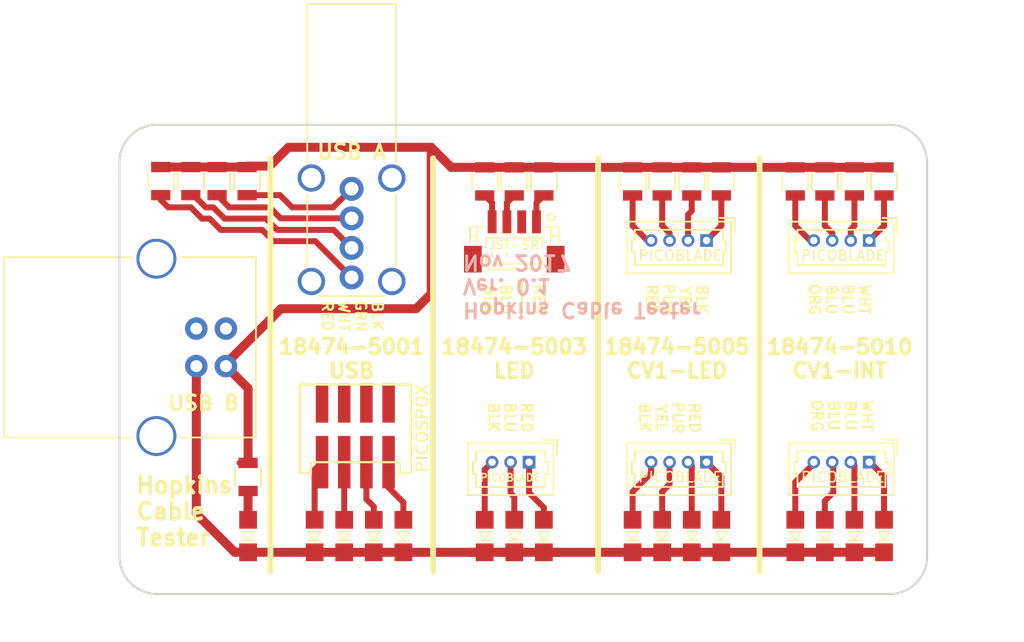
<source format=kicad_pcb>
(kicad_pcb (version 4) (host pcbnew 4.0.6)

  (general
    (links 71)
    (no_connects 8)
    (area 114.224999 90.094999 168.985001 121.995001)
    (thickness 1.6)
    (drawings 33)
    (tracks 142)
    (zones 0)
    (modules 41)
    (nets 39)
  )

  (page USLetter)
  (title_block
    (title "LCR Interface Board")
    (rev 0.0)
    (company "Sigma Design")
    (comment 1 "K. Olsen")
  )

  (layers
    (0 F.Cu signal)
    (31 B.Cu signal)
    (32 B.Adhes user)
    (33 F.Adhes user)
    (34 B.Paste user)
    (35 F.Paste user)
    (36 B.SilkS user)
    (37 F.SilkS user)
    (38 B.Mask user)
    (39 F.Mask user)
    (40 Dwgs.User user)
    (41 Cmts.User user)
    (42 Eco1.User user)
    (43 Eco2.User user)
    (44 Edge.Cuts user)
    (45 Margin user)
    (46 B.CrtYd user)
    (47 F.CrtYd user)
    (48 B.Fab user)
    (49 F.Fab user)
  )

  (setup
    (last_trace_width 0.6096)
    (user_trace_width 0.3048)
    (user_trace_width 0.4064)
    (user_trace_width 0.6096)
    (trace_clearance 0.2)
    (zone_clearance 0.508)
    (zone_45_only no)
    (trace_min 0.2)
    (segment_width 0.4)
    (edge_width 0.15)
    (via_size 0.6)
    (via_drill 0.4)
    (via_min_size 0.4)
    (via_min_drill 0.3)
    (uvia_size 0.3)
    (uvia_drill 0.1)
    (uvias_allowed no)
    (uvia_min_size 0.2)
    (uvia_min_drill 0.1)
    (pcb_text_width 0.3)
    (pcb_text_size 1.5 1.5)
    (mod_edge_width 0.15)
    (mod_text_size 1 1)
    (mod_text_width 0.15)
    (pad_size 3.048 3.048)
    (pad_drill 1.8542)
    (pad_to_mask_clearance 0)
    (aux_axis_origin 0 0)
    (visible_elements 7FFFFFFF)
    (pcbplotparams
      (layerselection 0x010f0_80000001)
      (usegerberextensions false)
      (excludeedgelayer true)
      (linewidth 0.100000)
      (plotframeref false)
      (viasonmask false)
      (mode 1)
      (useauxorigin false)
      (hpglpennumber 1)
      (hpglpenspeed 20)
      (hpglpendiameter 15)
      (hpglpenoverlay 2)
      (psnegative false)
      (psa4output false)
      (plotreference true)
      (plotvalue true)
      (plotinvisibletext false)
      (padsonsilk false)
      (subtractmaskfromsilk false)
      (outputformat 1)
      (mirror false)
      (drillshape 0)
      (scaleselection 1)
      (outputdirectory gerbers/))
  )

  (net 0 "")
  (net 1 /8A)
  (net 2 /9A)
  (net 3 /10A)
  (net 4 /11A)
  (net 5 /1B)
  (net 6 /2B)
  (net 7 /3B)
  (net 8 /4B)
  (net 9 /5B)
  (net 10 /6B)
  (net 11 /7B)
  (net 12 /8B)
  (net 13 /9B)
  (net 14 /10B)
  (net 15 /11B)
  (net 16 "Net-(J8-Pad5)")
  (net 17 +5V)
  (net 18 "Net-(D1-Pad2)")
  (net 19 GND)
  (net 20 "Net-(D2-Pad2)")
  (net 21 "Net-(D3-Pad2)")
  (net 22 "Net-(D4-Pad2)")
  (net 23 "Net-(J4-Pad1)")
  (net 24 "Net-(J4-Pad2)")
  (net 25 "Net-(J4-Pad3)")
  (net 26 "Net-(J4-Pad4)")
  (net 27 "Net-(J1-Pad2)")
  (net 28 "Net-(J1-Pad3)")
  (net 29 "Net-(J1-Pad5)")
  (net 30 "Net-(J6-Pad1)")
  (net 31 "Net-(J6-Pad2)")
  (net 32 "Net-(J6-Pad3)")
  (net 33 "Net-(J41-Pad1)")
  (net 34 "Net-(J41-Pad2)")
  (net 35 "Net-(J41-Pad3)")
  (net 36 "Net-(J41-Pad4)")
  (net 37 "Net-(D16-Pad2)")
  (net 38 "Net-(J6-Pad4)")

  (net_class Default "This is the default net class."
    (clearance 0.2)
    (trace_width 0.25)
    (via_dia 0.6)
    (via_drill 0.4)
    (uvia_dia 0.3)
    (uvia_drill 0.1)
    (add_net +5V)
    (add_net /10A)
    (add_net /10B)
    (add_net /11A)
    (add_net /11B)
    (add_net /1B)
    (add_net /2B)
    (add_net /3B)
    (add_net /4B)
    (add_net /5B)
    (add_net /6B)
    (add_net /7B)
    (add_net /8A)
    (add_net /8B)
    (add_net /9A)
    (add_net /9B)
    (add_net GND)
    (add_net "Net-(D1-Pad2)")
    (add_net "Net-(D16-Pad2)")
    (add_net "Net-(D2-Pad2)")
    (add_net "Net-(D3-Pad2)")
    (add_net "Net-(D4-Pad2)")
    (add_net "Net-(J1-Pad2)")
    (add_net "Net-(J1-Pad3)")
    (add_net "Net-(J1-Pad5)")
    (add_net "Net-(J4-Pad1)")
    (add_net "Net-(J4-Pad2)")
    (add_net "Net-(J4-Pad3)")
    (add_net "Net-(J4-Pad4)")
    (add_net "Net-(J41-Pad1)")
    (add_net "Net-(J41-Pad2)")
    (add_net "Net-(J41-Pad3)")
    (add_net "Net-(J41-Pad4)")
    (add_net "Net-(J6-Pad1)")
    (add_net "Net-(J6-Pad2)")
    (add_net "Net-(J6-Pad3)")
    (add_net "Net-(J6-Pad4)")
    (add_net "Net-(J8-Pad5)")
  )

  (module footprints:Molex_PicoSpox_4_Pos_Vert (layer F.Cu) (tedit 5A0E601B) (tstamp 5A0E2D65)
    (at 134 113 90)
    (descr "Connector Headers with Friction Lock, 22-03-5045, http://www.molex.com/pdm_docs/ps/PS-5264-001-001.pdf")
    (tags "connector molex SPOX 5267 22-03-5045")
    (path /5A0E291A)
    (fp_text reference J9 (at -1.27 -8.636 90) (layer F.SilkS) hide
      (effects (font (size 1 1) (thickness 0.15)))
    )
    (fp_text value PICOSPOX (at 2.286 0.762 90) (layer F.SilkS)
      (effects (font (size 0.8 0.8) (thickness 0.15)))
    )
    (fp_line (start -0.75 0) (end -0.75 -0.75) (layer F.SilkS) (width 0.15))
    (fp_line (start -0.75 -0.75) (end 0 -0.75) (layer F.SilkS) (width 0.15))
    (fp_line (start 0 -0.75) (end 0 -6.75) (layer F.SilkS) (width 0.15))
    (fp_line (start 0 -6.75) (end -0.75 -6.75) (layer F.SilkS) (width 0.15))
    (fp_line (start -0.75 -6.75) (end -0.75 -7.5) (layer F.SilkS) (width 0.15))
    (fp_line (start 5.25 -7.5) (end 5.25 0) (layer F.SilkS) (width 0.15))
    (fp_line (start -0.75 -7.5) (end 5.25 -7.5) (layer F.SilkS) (width 0.15))
    (fp_line (start -0.75 0) (end 5.25 0) (layer F.SilkS) (width 0.15))
    (pad 4 smd rect (at 4 -1.5 90) (size 2.65 0.85) (layers F.Cu F.Paste F.Mask)
      (net 4 /11A))
    (pad 3 smd rect (at 4 -3 90) (size 2.65 0.85) (layers F.Cu F.Paste F.Mask)
      (net 3 /10A))
    (pad 2 smd rect (at 4 -4.5 90) (size 2.65 0.85) (layers F.Cu F.Paste F.Mask)
      (net 2 /9A))
    (pad 1 smd rect (at 4 -6 90) (size 2.65 0.85) (layers F.Cu F.Paste F.Mask)
      (net 1 /8A))
    (pad 4 smd rect (at 0 -1.5 90) (size 3.55 0.85) (layers F.Cu F.Paste F.Mask)
      (net 4 /11A))
    (pad 3 smd rect (at 0 -3 90) (size 3.55 0.85) (layers F.Cu F.Paste F.Mask)
      (net 3 /10A))
    (pad 2 smd rect (at 0 -4.5 90) (size 3.55 0.85) (layers F.Cu F.Paste F.Mask)
      (net 2 /9A))
    (pad 1 smd rect (at 0 -6 90) (size 3.55 0.85) (layers F.Cu F.Paste F.Mask)
      (net 1 /8A))
    (model ${KISYS3DMOD}/Connectors_Molex.3dshapes/Molex_SPOX-5267_22-03-5045_04x2.54mm_Straight.wrl
      (at (xyz 0.15 0.023622 0.114173))
      (scale (xyz 1 1 1))
      (rotate (xyz -90 0 180))
    )
  )

  (module footprints:Molex_PicoBlade_53047-0410_04x1.25mm_Straight (layer F.Cu) (tedit 5A0E602D) (tstamp 5A0E6A45)
    (at 165 98 180)
    (descr "Molex PicoBlade, single row, top entry type, through hole, PN:53047-0410")
    (tags "connector molex picoblade")
    (path /5A0E4EC5)
    (fp_text reference J4 (at 1.875 2.5 180) (layer F.SilkS) hide
      (effects (font (size 1 1) (thickness 0.15)))
    )
    (fp_text value PICOBLADE (at 1.778 -1.016 180) (layer F.SilkS)
      (effects (font (size 0.7 0.7) (thickness 0.1)))
    )
    (fp_line (start -2 -2.55) (end -2 1.6) (layer F.CrtYd) (width 0.05))
    (fp_line (start -2 1.6) (end 5.75 1.6) (layer F.CrtYd) (width 0.05))
    (fp_line (start 5.75 1.6) (end 5.75 -2.55) (layer F.CrtYd) (width 0.05))
    (fp_line (start 5.75 -2.55) (end -2 -2.55) (layer F.CrtYd) (width 0.05))
    (fp_line (start -1.5 -2.075) (end -1.5 1.125) (layer F.Fab) (width 0.1))
    (fp_line (start -1.5 1.125) (end 5.25 1.125) (layer F.Fab) (width 0.1))
    (fp_line (start 5.25 1.125) (end 5.25 -2.075) (layer F.Fab) (width 0.1))
    (fp_line (start 5.25 -2.075) (end -1.5 -2.075) (layer F.Fab) (width 0.1))
    (fp_line (start -1.65 -2.225) (end -1.65 1.275) (layer F.SilkS) (width 0.12))
    (fp_line (start -1.65 1.275) (end 5.4 1.275) (layer F.SilkS) (width 0.12))
    (fp_line (start 5.4 1.275) (end 5.4 -2.225) (layer F.SilkS) (width 0.12))
    (fp_line (start 5.4 -2.225) (end -1.65 -2.225) (layer F.SilkS) (width 0.12))
    (fp_line (start 1.875 0.725) (end -1.1 0.725) (layer F.SilkS) (width 0.12))
    (fp_line (start -1.1 0.725) (end -1.1 0) (layer F.SilkS) (width 0.12))
    (fp_line (start -1.1 0) (end -1.3 0) (layer F.SilkS) (width 0.12))
    (fp_line (start -1.3 0) (end -1.3 -0.8) (layer F.SilkS) (width 0.12))
    (fp_line (start -1.3 -0.8) (end -1.1 -0.8) (layer F.SilkS) (width 0.12))
    (fp_line (start -1.1 -0.8) (end -1.1 -1.675) (layer F.SilkS) (width 0.12))
    (fp_line (start -1.1 -1.675) (end 1.875 -1.675) (layer F.SilkS) (width 0.12))
    (fp_line (start 1.875 0.725) (end 4.85 0.725) (layer F.SilkS) (width 0.12))
    (fp_line (start 4.85 0.725) (end 4.85 0) (layer F.SilkS) (width 0.12))
    (fp_line (start 4.85 0) (end 5.05 0) (layer F.SilkS) (width 0.12))
    (fp_line (start 5.05 0) (end 5.05 -0.8) (layer F.SilkS) (width 0.12))
    (fp_line (start 5.05 -0.8) (end 4.85 -0.8) (layer F.SilkS) (width 0.12))
    (fp_line (start 4.85 -0.8) (end 4.85 -1.675) (layer F.SilkS) (width 0.12))
    (fp_line (start 4.85 -1.675) (end 1.875 -1.675) (layer F.SilkS) (width 0.12))
    (fp_line (start -1.9 1.525) (end -1.9 0.525) (layer F.SilkS) (width 0.12))
    (fp_line (start -1.9 1.525) (end -0.9 1.525) (layer F.SilkS) (width 0.12))
    (fp_text user %R (at 1.875 -1.25 180) (layer F.Fab)
      (effects (font (size 1 1) (thickness 0.15)))
    )
    (pad 1 thru_hole rect (at 0 0 180) (size 0.85 0.85) (drill 0.5) (layers *.Cu *.Mask)
      (net 23 "Net-(J4-Pad1)"))
    (pad 2 thru_hole circle (at 1.25 0 180) (size 0.85 0.85) (drill 0.5) (layers *.Cu *.Mask)
      (net 24 "Net-(J4-Pad2)"))
    (pad 3 thru_hole circle (at 2.5 0 180) (size 0.85 0.85) (drill 0.5) (layers *.Cu *.Mask)
      (net 25 "Net-(J4-Pad3)"))
    (pad 4 thru_hole circle (at 3.75 0 180) (size 0.85 0.85) (drill 0.5) (layers *.Cu *.Mask)
      (net 26 "Net-(J4-Pad4)"))
    (model ${KISYS3DMOD}/Connectors_Molex.3dshapes/Molex_PicoBlade_53047-0410_04x1.25mm_Straight.wrl
      (at (xyz 0 0 0))
      (scale (xyz 1 1 1))
      (rotate (xyz 0 0 0))
    )
  )

  (module footprints:Molex_PicoBlade_53047-0410_04x1.25mm_Straight (layer F.Cu) (tedit 5A0E602D) (tstamp 5A0E6A69)
    (at 165 113 180)
    (descr "Molex PicoBlade, single row, top entry type, through hole, PN:53047-0410")
    (tags "connector molex picoblade")
    (path /5A0E4F01)
    (fp_text reference J5 (at 1.875 2.5 180) (layer F.SilkS) hide
      (effects (font (size 1 1) (thickness 0.15)))
    )
    (fp_text value PICOBLADE (at 1.778 -1.016 180) (layer F.SilkS)
      (effects (font (size 0.7 0.7) (thickness 0.1)))
    )
    (fp_line (start -2 -2.55) (end -2 1.6) (layer F.CrtYd) (width 0.05))
    (fp_line (start -2 1.6) (end 5.75 1.6) (layer F.CrtYd) (width 0.05))
    (fp_line (start 5.75 1.6) (end 5.75 -2.55) (layer F.CrtYd) (width 0.05))
    (fp_line (start 5.75 -2.55) (end -2 -2.55) (layer F.CrtYd) (width 0.05))
    (fp_line (start -1.5 -2.075) (end -1.5 1.125) (layer F.Fab) (width 0.1))
    (fp_line (start -1.5 1.125) (end 5.25 1.125) (layer F.Fab) (width 0.1))
    (fp_line (start 5.25 1.125) (end 5.25 -2.075) (layer F.Fab) (width 0.1))
    (fp_line (start 5.25 -2.075) (end -1.5 -2.075) (layer F.Fab) (width 0.1))
    (fp_line (start -1.65 -2.225) (end -1.65 1.275) (layer F.SilkS) (width 0.12))
    (fp_line (start -1.65 1.275) (end 5.4 1.275) (layer F.SilkS) (width 0.12))
    (fp_line (start 5.4 1.275) (end 5.4 -2.225) (layer F.SilkS) (width 0.12))
    (fp_line (start 5.4 -2.225) (end -1.65 -2.225) (layer F.SilkS) (width 0.12))
    (fp_line (start 1.875 0.725) (end -1.1 0.725) (layer F.SilkS) (width 0.12))
    (fp_line (start -1.1 0.725) (end -1.1 0) (layer F.SilkS) (width 0.12))
    (fp_line (start -1.1 0) (end -1.3 0) (layer F.SilkS) (width 0.12))
    (fp_line (start -1.3 0) (end -1.3 -0.8) (layer F.SilkS) (width 0.12))
    (fp_line (start -1.3 -0.8) (end -1.1 -0.8) (layer F.SilkS) (width 0.12))
    (fp_line (start -1.1 -0.8) (end -1.1 -1.675) (layer F.SilkS) (width 0.12))
    (fp_line (start -1.1 -1.675) (end 1.875 -1.675) (layer F.SilkS) (width 0.12))
    (fp_line (start 1.875 0.725) (end 4.85 0.725) (layer F.SilkS) (width 0.12))
    (fp_line (start 4.85 0.725) (end 4.85 0) (layer F.SilkS) (width 0.12))
    (fp_line (start 4.85 0) (end 5.05 0) (layer F.SilkS) (width 0.12))
    (fp_line (start 5.05 0) (end 5.05 -0.8) (layer F.SilkS) (width 0.12))
    (fp_line (start 5.05 -0.8) (end 4.85 -0.8) (layer F.SilkS) (width 0.12))
    (fp_line (start 4.85 -0.8) (end 4.85 -1.675) (layer F.SilkS) (width 0.12))
    (fp_line (start 4.85 -1.675) (end 1.875 -1.675) (layer F.SilkS) (width 0.12))
    (fp_line (start -1.9 1.525) (end -1.9 0.525) (layer F.SilkS) (width 0.12))
    (fp_line (start -1.9 1.525) (end -0.9 1.525) (layer F.SilkS) (width 0.12))
    (fp_text user %R (at 1.875 -1.25 180) (layer F.Fab)
      (effects (font (size 1 1) (thickness 0.15)))
    )
    (pad 1 thru_hole rect (at 0 0 180) (size 0.85 0.85) (drill 0.5) (layers *.Cu *.Mask)
      (net 18 "Net-(D1-Pad2)"))
    (pad 2 thru_hole circle (at 1.25 0 180) (size 0.85 0.85) (drill 0.5) (layers *.Cu *.Mask)
      (net 20 "Net-(D2-Pad2)"))
    (pad 3 thru_hole circle (at 2.5 0 180) (size 0.85 0.85) (drill 0.5) (layers *.Cu *.Mask)
      (net 21 "Net-(D3-Pad2)"))
    (pad 4 thru_hole circle (at 3.75 0 180) (size 0.85 0.85) (drill 0.5) (layers *.Cu *.Mask)
      (net 22 "Net-(D4-Pad2)"))
    (model ${KISYS3DMOD}/Connectors_Molex.3dshapes/Molex_PicoBlade_53047-0410_04x1.25mm_Straight.wrl
      (at (xyz 0 0 0))
      (scale (xyz 1 1 1))
      (rotate (xyz 0 0 0))
    )
  )

  (module footprints:USB_A_Vertical (layer F.Cu) (tedit 5A0E6021) (tstamp 5A0E6ADC)
    (at 130 94.5)
    (descr "USB A vertical female connector, right angle")
    (tags "USB_A_Vertical female connector angled 73725-0110BLF")
    (path /5A0E296D)
    (fp_text reference J8 (at 5.08 -3.81 90) (layer F.SilkS) hide
      (effects (font (size 1 1) (thickness 0.15)))
    )
    (fp_text value USB_A (at -0.05 -5.8) (layer F.Fab)
      (effects (font (size 1 1) (thickness 0.15)))
    )
    (fp_line (start 3.9 -12.75) (end 3.9 7.55) (layer F.CrtYd) (width 0.05))
    (fp_line (start 3.9 7.55) (end -3.9 7.55) (layer F.CrtYd) (width 0.05))
    (fp_line (start -3.9 7.55) (end -3.9 -12.75) (layer F.CrtYd) (width 0.05))
    (fp_line (start -3.9 -12.75) (end 3.9 -12.75) (layer F.CrtYd) (width 0.05))
    (fp_line (start 3 -1.82) (end 3 -12.5) (layer F.SilkS) (width 0.12))
    (fp_line (start -3 -1.82) (end -3 -12.5) (layer F.SilkS) (width 0.12))
    (fp_line (start -3 -12.5) (end 3 -12.5) (layer F.SilkS) (width 0.12))
    (fp_line (start -3 0.36) (end -3 5.18) (layer F.SilkS) (width 0.12))
    (fp_line (start 2.2 7.27) (end -2.2 7.27) (layer F.SilkS) (width 0.12))
    (fp_line (start 3 0.36) (end 3 5.18) (layer F.SilkS) (width 0.12))
    (pad 1 thru_hole circle (at 0 0) (size 1.62 1.62) (drill 0.92) (layers *.Cu *.Mask)
      (net 15 /11B))
    (pad 2 thru_hole circle (at 0 2) (size 1.62 1.62) (drill 0.92) (layers *.Cu *.Mask)
      (net 14 /10B))
    (pad 3 thru_hole circle (at 0 4) (size 1.62 1.62) (drill 0.92) (layers *.Cu *.Mask)
      (net 13 /9B))
    (pad 5 thru_hole circle (at 2.72 -0.73) (size 1.85 1.85) (drill 1.35) (layers *.Cu *.Mask)
      (net 16 "Net-(J8-Pad5)"))
    (pad 4 thru_hole circle (at 0 6) (size 1.62 1.62) (drill 0.92) (layers *.Cu *.Mask)
      (net 12 /8B))
    (pad 5 thru_hole circle (at 2.72 6.27) (size 1.85 1.85) (drill 1.35) (layers *.Cu *.Mask)
      (net 16 "Net-(J8-Pad5)"))
    (pad 5 thru_hole circle (at -2.72 -0.73) (size 1.85 1.85) (drill 1.35) (layers *.Cu *.Mask)
      (net 16 "Net-(J8-Pad5)"))
    (pad 5 thru_hole circle (at -2.72 6.27) (size 1.85 1.85) (drill 1.35) (layers *.Cu *.Mask)
      (net 16 "Net-(J8-Pad5)"))
    (model ${KISYS3DMOD}/Connectors.3dshapes/USB_A_Vertical.wrl
      (at (xyz 0.01 -0.02 0.05))
      (scale (xyz 0.41 0.41 0.41))
      (rotate (xyz 0 -90 180))
    )
  )

  (module footprints:Molex_PicoBlade_53047-0410_04x1.25mm_Straight (layer F.Cu) (tedit 5A0E602D) (tstamp 5A0E6AF1)
    (at 154 98 180)
    (descr "Molex PicoBlade, single row, top entry type, through hole, PN:53047-0410")
    (tags "connector molex picoblade")
    (path /5A0E62D4)
    (fp_text reference J41 (at 1.875 2.5 180) (layer F.SilkS) hide
      (effects (font (size 1 1) (thickness 0.15)))
    )
    (fp_text value PICOBLADE (at 1.778 -1.016 180) (layer F.SilkS)
      (effects (font (size 0.7 0.7) (thickness 0.1)))
    )
    (fp_line (start -2 -2.55) (end -2 1.6) (layer F.CrtYd) (width 0.05))
    (fp_line (start -2 1.6) (end 5.75 1.6) (layer F.CrtYd) (width 0.05))
    (fp_line (start 5.75 1.6) (end 5.75 -2.55) (layer F.CrtYd) (width 0.05))
    (fp_line (start 5.75 -2.55) (end -2 -2.55) (layer F.CrtYd) (width 0.05))
    (fp_line (start -1.5 -2.075) (end -1.5 1.125) (layer F.Fab) (width 0.1))
    (fp_line (start -1.5 1.125) (end 5.25 1.125) (layer F.Fab) (width 0.1))
    (fp_line (start 5.25 1.125) (end 5.25 -2.075) (layer F.Fab) (width 0.1))
    (fp_line (start 5.25 -2.075) (end -1.5 -2.075) (layer F.Fab) (width 0.1))
    (fp_line (start -1.65 -2.225) (end -1.65 1.275) (layer F.SilkS) (width 0.12))
    (fp_line (start -1.65 1.275) (end 5.4 1.275) (layer F.SilkS) (width 0.12))
    (fp_line (start 5.4 1.275) (end 5.4 -2.225) (layer F.SilkS) (width 0.12))
    (fp_line (start 5.4 -2.225) (end -1.65 -2.225) (layer F.SilkS) (width 0.12))
    (fp_line (start 1.875 0.725) (end -1.1 0.725) (layer F.SilkS) (width 0.12))
    (fp_line (start -1.1 0.725) (end -1.1 0) (layer F.SilkS) (width 0.12))
    (fp_line (start -1.1 0) (end -1.3 0) (layer F.SilkS) (width 0.12))
    (fp_line (start -1.3 0) (end -1.3 -0.8) (layer F.SilkS) (width 0.12))
    (fp_line (start -1.3 -0.8) (end -1.1 -0.8) (layer F.SilkS) (width 0.12))
    (fp_line (start -1.1 -0.8) (end -1.1 -1.675) (layer F.SilkS) (width 0.12))
    (fp_line (start -1.1 -1.675) (end 1.875 -1.675) (layer F.SilkS) (width 0.12))
    (fp_line (start 1.875 0.725) (end 4.85 0.725) (layer F.SilkS) (width 0.12))
    (fp_line (start 4.85 0.725) (end 4.85 0) (layer F.SilkS) (width 0.12))
    (fp_line (start 4.85 0) (end 5.05 0) (layer F.SilkS) (width 0.12))
    (fp_line (start 5.05 0) (end 5.05 -0.8) (layer F.SilkS) (width 0.12))
    (fp_line (start 5.05 -0.8) (end 4.85 -0.8) (layer F.SilkS) (width 0.12))
    (fp_line (start 4.85 -0.8) (end 4.85 -1.675) (layer F.SilkS) (width 0.12))
    (fp_line (start 4.85 -1.675) (end 1.875 -1.675) (layer F.SilkS) (width 0.12))
    (fp_line (start -1.9 1.525) (end -1.9 0.525) (layer F.SilkS) (width 0.12))
    (fp_line (start -1.9 1.525) (end -0.9 1.525) (layer F.SilkS) (width 0.12))
    (fp_text user %R (at 1.875 -1.25 180) (layer F.Fab)
      (effects (font (size 1 1) (thickness 0.15)))
    )
    (pad 1 thru_hole rect (at 0 0 180) (size 0.85 0.85) (drill 0.5) (layers *.Cu *.Mask)
      (net 33 "Net-(J41-Pad1)"))
    (pad 2 thru_hole circle (at 1.25 0 180) (size 0.85 0.85) (drill 0.5) (layers *.Cu *.Mask)
      (net 34 "Net-(J41-Pad2)"))
    (pad 3 thru_hole circle (at 2.5 0 180) (size 0.85 0.85) (drill 0.5) (layers *.Cu *.Mask)
      (net 35 "Net-(J41-Pad3)"))
    (pad 4 thru_hole circle (at 3.75 0 180) (size 0.85 0.85) (drill 0.5) (layers *.Cu *.Mask)
      (net 36 "Net-(J41-Pad4)"))
    (model ${KISYS3DMOD}/Connectors_Molex.3dshapes/Molex_PicoBlade_53047-0410_04x1.25mm_Straight.wrl
      (at (xyz 0 0 0))
      (scale (xyz 1 1 1))
      (rotate (xyz 0 0 0))
    )
  )

  (module footprints:Molex_PicoBlade_53047-0410_04x1.25mm_Straight (layer F.Cu) (tedit 5A0E602D) (tstamp 5A0E6B15)
    (at 154 113 180)
    (descr "Molex PicoBlade, single row, top entry type, through hole, PN:53047-0410")
    (tags "connector molex picoblade")
    (path /5A0E62DA)
    (fp_text reference J51 (at 1.875 2.5 180) (layer F.SilkS) hide
      (effects (font (size 1 1) (thickness 0.15)))
    )
    (fp_text value PICOBLADE (at 1.778 -1.016 180) (layer F.SilkS)
      (effects (font (size 0.7 0.7) (thickness 0.1)))
    )
    (fp_line (start -2 -2.55) (end -2 1.6) (layer F.CrtYd) (width 0.05))
    (fp_line (start -2 1.6) (end 5.75 1.6) (layer F.CrtYd) (width 0.05))
    (fp_line (start 5.75 1.6) (end 5.75 -2.55) (layer F.CrtYd) (width 0.05))
    (fp_line (start 5.75 -2.55) (end -2 -2.55) (layer F.CrtYd) (width 0.05))
    (fp_line (start -1.5 -2.075) (end -1.5 1.125) (layer F.Fab) (width 0.1))
    (fp_line (start -1.5 1.125) (end 5.25 1.125) (layer F.Fab) (width 0.1))
    (fp_line (start 5.25 1.125) (end 5.25 -2.075) (layer F.Fab) (width 0.1))
    (fp_line (start 5.25 -2.075) (end -1.5 -2.075) (layer F.Fab) (width 0.1))
    (fp_line (start -1.65 -2.225) (end -1.65 1.275) (layer F.SilkS) (width 0.12))
    (fp_line (start -1.65 1.275) (end 5.4 1.275) (layer F.SilkS) (width 0.12))
    (fp_line (start 5.4 1.275) (end 5.4 -2.225) (layer F.SilkS) (width 0.12))
    (fp_line (start 5.4 -2.225) (end -1.65 -2.225) (layer F.SilkS) (width 0.12))
    (fp_line (start 1.875 0.725) (end -1.1 0.725) (layer F.SilkS) (width 0.12))
    (fp_line (start -1.1 0.725) (end -1.1 0) (layer F.SilkS) (width 0.12))
    (fp_line (start -1.1 0) (end -1.3 0) (layer F.SilkS) (width 0.12))
    (fp_line (start -1.3 0) (end -1.3 -0.8) (layer F.SilkS) (width 0.12))
    (fp_line (start -1.3 -0.8) (end -1.1 -0.8) (layer F.SilkS) (width 0.12))
    (fp_line (start -1.1 -0.8) (end -1.1 -1.675) (layer F.SilkS) (width 0.12))
    (fp_line (start -1.1 -1.675) (end 1.875 -1.675) (layer F.SilkS) (width 0.12))
    (fp_line (start 1.875 0.725) (end 4.85 0.725) (layer F.SilkS) (width 0.12))
    (fp_line (start 4.85 0.725) (end 4.85 0) (layer F.SilkS) (width 0.12))
    (fp_line (start 4.85 0) (end 5.05 0) (layer F.SilkS) (width 0.12))
    (fp_line (start 5.05 0) (end 5.05 -0.8) (layer F.SilkS) (width 0.12))
    (fp_line (start 5.05 -0.8) (end 4.85 -0.8) (layer F.SilkS) (width 0.12))
    (fp_line (start 4.85 -0.8) (end 4.85 -1.675) (layer F.SilkS) (width 0.12))
    (fp_line (start 4.85 -1.675) (end 1.875 -1.675) (layer F.SilkS) (width 0.12))
    (fp_line (start -1.9 1.525) (end -1.9 0.525) (layer F.SilkS) (width 0.12))
    (fp_line (start -1.9 1.525) (end -0.9 1.525) (layer F.SilkS) (width 0.12))
    (fp_text user %R (at 1.875 -1.25 180) (layer F.Fab)
      (effects (font (size 1 1) (thickness 0.15)))
    )
    (pad 1 thru_hole rect (at 0 0 180) (size 0.85 0.85) (drill 0.5) (layers *.Cu *.Mask)
      (net 5 /1B))
    (pad 2 thru_hole circle (at 1.25 0 180) (size 0.85 0.85) (drill 0.5) (layers *.Cu *.Mask)
      (net 6 /2B))
    (pad 3 thru_hole circle (at 2.5 0 180) (size 0.85 0.85) (drill 0.5) (layers *.Cu *.Mask)
      (net 7 /3B))
    (pad 4 thru_hole circle (at 3.75 0 180) (size 0.85 0.85) (drill 0.5) (layers *.Cu *.Mask)
      (net 8 /4B))
    (model ${KISYS3DMOD}/Connectors_Molex.3dshapes/Molex_PicoBlade_53047-0410_04x1.25mm_Straight.wrl
      (at (xyz 0 0 0))
      (scale (xyz 1 1 1))
      (rotate (xyz 0 0 0))
    )
  )

  (module footprints:R_0805 (layer F.Cu) (tedit 5A1332E5) (tstamp 5A1335AC)
    (at 160 94 270)
    (descr "Resistor SMD 0805, reflow soldering, Vishay (see dcrcw.pdf)")
    (tags "resistor 0805")
    (path /5A1312EB)
    (attr smd)
    (fp_text reference R1 (at 0 0 270) (layer F.SilkS) hide
      (effects (font (size 0.5 0.5) (thickness 0.125)))
    )
    (fp_text value 330 (at 1.3 0 270) (layer F.Fab)
      (effects (font (size 0.5 0.5) (thickness 0.125)))
    )
    (fp_line (start -1 0.62) (end -1 -0.62) (layer F.Fab) (width 0.1))
    (fp_line (start 1 0.62) (end -1 0.62) (layer F.Fab) (width 0.1))
    (fp_line (start 1 -0.62) (end 1 0.62) (layer F.Fab) (width 0.1))
    (fp_line (start -1 -0.62) (end 1 -0.62) (layer F.Fab) (width 0.1))
    (fp_line (start 0.6 0.88) (end -0.6 0.88) (layer F.SilkS) (width 0.12))
    (fp_line (start -0.6 -0.88) (end 0.6 -0.88) (layer F.SilkS) (width 0.12))
    (fp_line (start -1.55 -0.9) (end 1.55 -0.9) (layer F.CrtYd) (width 0.05))
    (fp_line (start -1.55 -0.9) (end -1.55 0.9) (layer F.CrtYd) (width 0.05))
    (fp_line (start 1.55 0.9) (end 1.55 -0.9) (layer F.CrtYd) (width 0.05))
    (fp_line (start 1.55 0.9) (end -1.55 0.9) (layer F.CrtYd) (width 0.05))
    (pad 1 smd rect (at -0.95 0 270) (size 0.7 1.3) (layers F.Cu F.Paste F.Mask)
      (net 17 +5V))
    (pad 2 smd rect (at 0.95 0 270) (size 0.7 1.3) (layers F.Cu F.Paste F.Mask)
      (net 26 "Net-(J4-Pad4)"))
    (model ${KISYS3DMOD}/Resistors_SMD.3dshapes/R_0805.wrl
      (at (xyz 0 0 0))
      (scale (xyz 1 1 1))
      (rotate (xyz 0 0 0))
    )
  )

  (module footprints:R_0805 (layer F.Cu) (tedit 5A1332E5) (tstamp 5A1335B1)
    (at 162 94 270)
    (descr "Resistor SMD 0805, reflow soldering, Vishay (see dcrcw.pdf)")
    (tags "resistor 0805")
    (path /5A132435)
    (attr smd)
    (fp_text reference R2 (at 0 0 270) (layer F.SilkS) hide
      (effects (font (size 0.5 0.5) (thickness 0.125)))
    )
    (fp_text value 330 (at 1.3 0 270) (layer F.Fab)
      (effects (font (size 0.5 0.5) (thickness 0.125)))
    )
    (fp_line (start -1 0.62) (end -1 -0.62) (layer F.Fab) (width 0.1))
    (fp_line (start 1 0.62) (end -1 0.62) (layer F.Fab) (width 0.1))
    (fp_line (start 1 -0.62) (end 1 0.62) (layer F.Fab) (width 0.1))
    (fp_line (start -1 -0.62) (end 1 -0.62) (layer F.Fab) (width 0.1))
    (fp_line (start 0.6 0.88) (end -0.6 0.88) (layer F.SilkS) (width 0.12))
    (fp_line (start -0.6 -0.88) (end 0.6 -0.88) (layer F.SilkS) (width 0.12))
    (fp_line (start -1.55 -0.9) (end 1.55 -0.9) (layer F.CrtYd) (width 0.05))
    (fp_line (start -1.55 -0.9) (end -1.55 0.9) (layer F.CrtYd) (width 0.05))
    (fp_line (start 1.55 0.9) (end 1.55 -0.9) (layer F.CrtYd) (width 0.05))
    (fp_line (start 1.55 0.9) (end -1.55 0.9) (layer F.CrtYd) (width 0.05))
    (pad 1 smd rect (at -0.95 0 270) (size 0.7 1.3) (layers F.Cu F.Paste F.Mask)
      (net 17 +5V))
    (pad 2 smd rect (at 0.95 0 270) (size 0.7 1.3) (layers F.Cu F.Paste F.Mask)
      (net 25 "Net-(J4-Pad3)"))
    (model ${KISYS3DMOD}/Resistors_SMD.3dshapes/R_0805.wrl
      (at (xyz 0 0 0))
      (scale (xyz 1 1 1))
      (rotate (xyz 0 0 0))
    )
  )

  (module footprints:R_0805 (layer F.Cu) (tedit 5A1332E5) (tstamp 5A1335B6)
    (at 164 94 270)
    (descr "Resistor SMD 0805, reflow soldering, Vishay (see dcrcw.pdf)")
    (tags "resistor 0805")
    (path /5A132470)
    (attr smd)
    (fp_text reference R3 (at 0 0 270) (layer F.SilkS) hide
      (effects (font (size 0.5 0.5) (thickness 0.125)))
    )
    (fp_text value 330 (at 1.3 0 270) (layer F.Fab)
      (effects (font (size 0.5 0.5) (thickness 0.125)))
    )
    (fp_line (start -1 0.62) (end -1 -0.62) (layer F.Fab) (width 0.1))
    (fp_line (start 1 0.62) (end -1 0.62) (layer F.Fab) (width 0.1))
    (fp_line (start 1 -0.62) (end 1 0.62) (layer F.Fab) (width 0.1))
    (fp_line (start -1 -0.62) (end 1 -0.62) (layer F.Fab) (width 0.1))
    (fp_line (start 0.6 0.88) (end -0.6 0.88) (layer F.SilkS) (width 0.12))
    (fp_line (start -0.6 -0.88) (end 0.6 -0.88) (layer F.SilkS) (width 0.12))
    (fp_line (start -1.55 -0.9) (end 1.55 -0.9) (layer F.CrtYd) (width 0.05))
    (fp_line (start -1.55 -0.9) (end -1.55 0.9) (layer F.CrtYd) (width 0.05))
    (fp_line (start 1.55 0.9) (end 1.55 -0.9) (layer F.CrtYd) (width 0.05))
    (fp_line (start 1.55 0.9) (end -1.55 0.9) (layer F.CrtYd) (width 0.05))
    (pad 1 smd rect (at -0.95 0 270) (size 0.7 1.3) (layers F.Cu F.Paste F.Mask)
      (net 17 +5V))
    (pad 2 smd rect (at 0.95 0 270) (size 0.7 1.3) (layers F.Cu F.Paste F.Mask)
      (net 24 "Net-(J4-Pad2)"))
    (model ${KISYS3DMOD}/Resistors_SMD.3dshapes/R_0805.wrl
      (at (xyz 0 0 0))
      (scale (xyz 1 1 1))
      (rotate (xyz 0 0 0))
    )
  )

  (module footprints:R_0805 (layer F.Cu) (tedit 5A1332E5) (tstamp 5A1335BB)
    (at 166 94 270)
    (descr "Resistor SMD 0805, reflow soldering, Vishay (see dcrcw.pdf)")
    (tags "resistor 0805")
    (path /5A1324C2)
    (attr smd)
    (fp_text reference R4 (at 0 0 270) (layer F.SilkS) hide
      (effects (font (size 0.5 0.5) (thickness 0.125)))
    )
    (fp_text value 330 (at 1.3 0 270) (layer F.Fab)
      (effects (font (size 0.5 0.5) (thickness 0.125)))
    )
    (fp_line (start -1 0.62) (end -1 -0.62) (layer F.Fab) (width 0.1))
    (fp_line (start 1 0.62) (end -1 0.62) (layer F.Fab) (width 0.1))
    (fp_line (start 1 -0.62) (end 1 0.62) (layer F.Fab) (width 0.1))
    (fp_line (start -1 -0.62) (end 1 -0.62) (layer F.Fab) (width 0.1))
    (fp_line (start 0.6 0.88) (end -0.6 0.88) (layer F.SilkS) (width 0.12))
    (fp_line (start -0.6 -0.88) (end 0.6 -0.88) (layer F.SilkS) (width 0.12))
    (fp_line (start -1.55 -0.9) (end 1.55 -0.9) (layer F.CrtYd) (width 0.05))
    (fp_line (start -1.55 -0.9) (end -1.55 0.9) (layer F.CrtYd) (width 0.05))
    (fp_line (start 1.55 0.9) (end 1.55 -0.9) (layer F.CrtYd) (width 0.05))
    (fp_line (start 1.55 0.9) (end -1.55 0.9) (layer F.CrtYd) (width 0.05))
    (pad 1 smd rect (at -0.95 0 270) (size 0.7 1.3) (layers F.Cu F.Paste F.Mask)
      (net 17 +5V))
    (pad 2 smd rect (at 0.95 0 270) (size 0.7 1.3) (layers F.Cu F.Paste F.Mask)
      (net 23 "Net-(J4-Pad1)"))
    (model ${KISYS3DMOD}/Resistors_SMD.3dshapes/R_0805.wrl
      (at (xyz 0 0 0))
      (scale (xyz 1 1 1))
      (rotate (xyz 0 0 0))
    )
  )

  (module footprints:LED_0805 (layer F.Cu) (tedit 5A13329C) (tstamp 5A1335FA)
    (at 166 118 90)
    (descr "LED 0805 smd package")
    (tags "LED led 0805 SMD smd SMT smt smdled SMDLED smtled SMTLED")
    (path /5A1312AA)
    (attr smd)
    (fp_text reference D1 (at 1.4 0 180) (layer F.SilkS) hide
      (effects (font (size 0.5 0.5) (thickness 0.125)))
    )
    (fp_text value LED (at -1.4 0 360) (layer F.Fab)
      (effects (font (size 0.5 0.5) (thickness 0.0625)))
    )
    (fp_line (start -0.3 -0.4) (end -0.3 0.4) (layer F.SilkS) (width 0.1))
    (fp_line (start -0.3 0) (end 0.3 -0.4) (layer F.SilkS) (width 0.1))
    (fp_line (start 0.3 0.4) (end -0.3 0) (layer F.SilkS) (width 0.1))
    (fp_line (start 0.3 -0.4) (end 0.3 0.4) (layer F.SilkS) (width 0.1))
    (fp_line (start 1 0.6) (end -1 0.6) (layer F.Fab) (width 0.1))
    (fp_line (start 1 -0.6) (end 1 0.6) (layer F.Fab) (width 0.1))
    (fp_line (start -1 -0.6) (end 1 -0.6) (layer F.Fab) (width 0.1))
    (fp_line (start -1 0.6) (end -1 -0.6) (layer F.Fab) (width 0.1))
    (fp_line (start 1.95 -0.85) (end 1.95 0.85) (layer F.CrtYd) (width 0.05))
    (fp_line (start 1.95 0.85) (end -1.95 0.85) (layer F.CrtYd) (width 0.05))
    (fp_line (start -1.95 0.85) (end -1.95 -0.85) (layer F.CrtYd) (width 0.05))
    (fp_line (start -1.95 -0.85) (end 1.95 -0.85) (layer F.CrtYd) (width 0.05))
    (pad 2 smd rect (at 1.1 0 270) (size 1.2 1.2) (layers F.Cu F.Paste F.Mask)
      (net 18 "Net-(D1-Pad2)"))
    (pad 1 smd rect (at -1.1 0 270) (size 1.2 1.2) (layers F.Cu F.Paste F.Mask)
      (net 19 GND))
    (model ${KISYS3DMOD}/LEDs.3dshapes/LED_0805.wrl
      (at (xyz 0 0 0))
      (scale (xyz 1 1 1))
      (rotate (xyz 0 0 180))
    )
  )

  (module footprints:LED_0805 (layer F.Cu) (tedit 5A13329C) (tstamp 5A133600)
    (at 164 118 90)
    (descr "LED 0805 smd package")
    (tags "LED led 0805 SMD smd SMT smt smdled SMDLED smtled SMTLED")
    (path /5A1324FF)
    (attr smd)
    (fp_text reference D2 (at 1.4 0 180) (layer F.SilkS) hide
      (effects (font (size 0.5 0.5) (thickness 0.125)))
    )
    (fp_text value LED (at -1.4 0 360) (layer F.Fab)
      (effects (font (size 0.5 0.5) (thickness 0.0625)))
    )
    (fp_line (start -0.3 -0.4) (end -0.3 0.4) (layer F.SilkS) (width 0.1))
    (fp_line (start -0.3 0) (end 0.3 -0.4) (layer F.SilkS) (width 0.1))
    (fp_line (start 0.3 0.4) (end -0.3 0) (layer F.SilkS) (width 0.1))
    (fp_line (start 0.3 -0.4) (end 0.3 0.4) (layer F.SilkS) (width 0.1))
    (fp_line (start 1 0.6) (end -1 0.6) (layer F.Fab) (width 0.1))
    (fp_line (start 1 -0.6) (end 1 0.6) (layer F.Fab) (width 0.1))
    (fp_line (start -1 -0.6) (end 1 -0.6) (layer F.Fab) (width 0.1))
    (fp_line (start -1 0.6) (end -1 -0.6) (layer F.Fab) (width 0.1))
    (fp_line (start 1.95 -0.85) (end 1.95 0.85) (layer F.CrtYd) (width 0.05))
    (fp_line (start 1.95 0.85) (end -1.95 0.85) (layer F.CrtYd) (width 0.05))
    (fp_line (start -1.95 0.85) (end -1.95 -0.85) (layer F.CrtYd) (width 0.05))
    (fp_line (start -1.95 -0.85) (end 1.95 -0.85) (layer F.CrtYd) (width 0.05))
    (pad 2 smd rect (at 1.1 0 270) (size 1.2 1.2) (layers F.Cu F.Paste F.Mask)
      (net 20 "Net-(D2-Pad2)"))
    (pad 1 smd rect (at -1.1 0 270) (size 1.2 1.2) (layers F.Cu F.Paste F.Mask)
      (net 19 GND))
    (model ${KISYS3DMOD}/LEDs.3dshapes/LED_0805.wrl
      (at (xyz 0 0 0))
      (scale (xyz 1 1 1))
      (rotate (xyz 0 0 180))
    )
  )

  (module footprints:LED_0805 (layer F.Cu) (tedit 5A13329C) (tstamp 5A133606)
    (at 162 118 90)
    (descr "LED 0805 smd package")
    (tags "LED led 0805 SMD smd SMT smt smdled SMDLED smtled SMTLED")
    (path /5A13253F)
    (attr smd)
    (fp_text reference D3 (at 1.4 0 180) (layer F.SilkS) hide
      (effects (font (size 0.5 0.5) (thickness 0.125)))
    )
    (fp_text value LED (at -1.4 0 360) (layer F.Fab)
      (effects (font (size 0.5 0.5) (thickness 0.0625)))
    )
    (fp_line (start -0.3 -0.4) (end -0.3 0.4) (layer F.SilkS) (width 0.1))
    (fp_line (start -0.3 0) (end 0.3 -0.4) (layer F.SilkS) (width 0.1))
    (fp_line (start 0.3 0.4) (end -0.3 0) (layer F.SilkS) (width 0.1))
    (fp_line (start 0.3 -0.4) (end 0.3 0.4) (layer F.SilkS) (width 0.1))
    (fp_line (start 1 0.6) (end -1 0.6) (layer F.Fab) (width 0.1))
    (fp_line (start 1 -0.6) (end 1 0.6) (layer F.Fab) (width 0.1))
    (fp_line (start -1 -0.6) (end 1 -0.6) (layer F.Fab) (width 0.1))
    (fp_line (start -1 0.6) (end -1 -0.6) (layer F.Fab) (width 0.1))
    (fp_line (start 1.95 -0.85) (end 1.95 0.85) (layer F.CrtYd) (width 0.05))
    (fp_line (start 1.95 0.85) (end -1.95 0.85) (layer F.CrtYd) (width 0.05))
    (fp_line (start -1.95 0.85) (end -1.95 -0.85) (layer F.CrtYd) (width 0.05))
    (fp_line (start -1.95 -0.85) (end 1.95 -0.85) (layer F.CrtYd) (width 0.05))
    (pad 2 smd rect (at 1.1 0 270) (size 1.2 1.2) (layers F.Cu F.Paste F.Mask)
      (net 21 "Net-(D3-Pad2)"))
    (pad 1 smd rect (at -1.1 0 270) (size 1.2 1.2) (layers F.Cu F.Paste F.Mask)
      (net 19 GND))
    (model ${KISYS3DMOD}/LEDs.3dshapes/LED_0805.wrl
      (at (xyz 0 0 0))
      (scale (xyz 1 1 1))
      (rotate (xyz 0 0 180))
    )
  )

  (module footprints:LED_0805 (layer F.Cu) (tedit 5A13329C) (tstamp 5A13360C)
    (at 160 118 90)
    (descr "LED 0805 smd package")
    (tags "LED led 0805 SMD smd SMT smt smdled SMDLED smtled SMTLED")
    (path /5A132582)
    (attr smd)
    (fp_text reference D4 (at 1.4 0 180) (layer F.SilkS) hide
      (effects (font (size 0.5 0.5) (thickness 0.125)))
    )
    (fp_text value LED (at -1.4 0 360) (layer F.Fab)
      (effects (font (size 0.5 0.5) (thickness 0.0625)))
    )
    (fp_line (start -0.3 -0.4) (end -0.3 0.4) (layer F.SilkS) (width 0.1))
    (fp_line (start -0.3 0) (end 0.3 -0.4) (layer F.SilkS) (width 0.1))
    (fp_line (start 0.3 0.4) (end -0.3 0) (layer F.SilkS) (width 0.1))
    (fp_line (start 0.3 -0.4) (end 0.3 0.4) (layer F.SilkS) (width 0.1))
    (fp_line (start 1 0.6) (end -1 0.6) (layer F.Fab) (width 0.1))
    (fp_line (start 1 -0.6) (end 1 0.6) (layer F.Fab) (width 0.1))
    (fp_line (start -1 -0.6) (end 1 -0.6) (layer F.Fab) (width 0.1))
    (fp_line (start -1 0.6) (end -1 -0.6) (layer F.Fab) (width 0.1))
    (fp_line (start 1.95 -0.85) (end 1.95 0.85) (layer F.CrtYd) (width 0.05))
    (fp_line (start 1.95 0.85) (end -1.95 0.85) (layer F.CrtYd) (width 0.05))
    (fp_line (start -1.95 0.85) (end -1.95 -0.85) (layer F.CrtYd) (width 0.05))
    (fp_line (start -1.95 -0.85) (end 1.95 -0.85) (layer F.CrtYd) (width 0.05))
    (pad 2 smd rect (at 1.1 0 270) (size 1.2 1.2) (layers F.Cu F.Paste F.Mask)
      (net 22 "Net-(D4-Pad2)"))
    (pad 1 smd rect (at -1.1 0 270) (size 1.2 1.2) (layers F.Cu F.Paste F.Mask)
      (net 19 GND))
    (model ${KISYS3DMOD}/LEDs.3dshapes/LED_0805.wrl
      (at (xyz 0 0 0))
      (scale (xyz 1 1 1))
      (rotate (xyz 0 0 180))
    )
  )

  (module footprints:LED_0805 (layer F.Cu) (tedit 5A13329C) (tstamp 5A133841)
    (at 155 118 90)
    (descr "LED 0805 smd package")
    (tags "LED led 0805 SMD smd SMT smt smdled SMDLED smtled SMTLED")
    (path /5A135280)
    (attr smd)
    (fp_text reference D5 (at 1.4 0 180) (layer F.SilkS) hide
      (effects (font (size 0.5 0.5) (thickness 0.125)))
    )
    (fp_text value LED (at -1.4 0 360) (layer F.Fab)
      (effects (font (size 0.5 0.5) (thickness 0.0625)))
    )
    (fp_line (start -0.3 -0.4) (end -0.3 0.4) (layer F.SilkS) (width 0.1))
    (fp_line (start -0.3 0) (end 0.3 -0.4) (layer F.SilkS) (width 0.1))
    (fp_line (start 0.3 0.4) (end -0.3 0) (layer F.SilkS) (width 0.1))
    (fp_line (start 0.3 -0.4) (end 0.3 0.4) (layer F.SilkS) (width 0.1))
    (fp_line (start 1 0.6) (end -1 0.6) (layer F.Fab) (width 0.1))
    (fp_line (start 1 -0.6) (end 1 0.6) (layer F.Fab) (width 0.1))
    (fp_line (start -1 -0.6) (end 1 -0.6) (layer F.Fab) (width 0.1))
    (fp_line (start -1 0.6) (end -1 -0.6) (layer F.Fab) (width 0.1))
    (fp_line (start 1.95 -0.85) (end 1.95 0.85) (layer F.CrtYd) (width 0.05))
    (fp_line (start 1.95 0.85) (end -1.95 0.85) (layer F.CrtYd) (width 0.05))
    (fp_line (start -1.95 0.85) (end -1.95 -0.85) (layer F.CrtYd) (width 0.05))
    (fp_line (start -1.95 -0.85) (end 1.95 -0.85) (layer F.CrtYd) (width 0.05))
    (pad 2 smd rect (at 1.1 0 270) (size 1.2 1.2) (layers F.Cu F.Paste F.Mask)
      (net 5 /1B))
    (pad 1 smd rect (at -1.1 0 270) (size 1.2 1.2) (layers F.Cu F.Paste F.Mask)
      (net 19 GND))
    (model ${KISYS3DMOD}/LEDs.3dshapes/LED_0805.wrl
      (at (xyz 0 0 0))
      (scale (xyz 1 1 1))
      (rotate (xyz 0 0 180))
    )
  )

  (module footprints:LED_0805 (layer F.Cu) (tedit 5A13329C) (tstamp 5A133847)
    (at 153 118 90)
    (descr "LED 0805 smd package")
    (tags "LED led 0805 SMD smd SMT smt smdled SMDLED smtled SMTLED")
    (path /5A13528C)
    (attr smd)
    (fp_text reference D6 (at 1.4 0 180) (layer F.SilkS) hide
      (effects (font (size 0.5 0.5) (thickness 0.125)))
    )
    (fp_text value LED (at -1.4 0 360) (layer F.Fab)
      (effects (font (size 0.5 0.5) (thickness 0.0625)))
    )
    (fp_line (start -0.3 -0.4) (end -0.3 0.4) (layer F.SilkS) (width 0.1))
    (fp_line (start -0.3 0) (end 0.3 -0.4) (layer F.SilkS) (width 0.1))
    (fp_line (start 0.3 0.4) (end -0.3 0) (layer F.SilkS) (width 0.1))
    (fp_line (start 0.3 -0.4) (end 0.3 0.4) (layer F.SilkS) (width 0.1))
    (fp_line (start 1 0.6) (end -1 0.6) (layer F.Fab) (width 0.1))
    (fp_line (start 1 -0.6) (end 1 0.6) (layer F.Fab) (width 0.1))
    (fp_line (start -1 -0.6) (end 1 -0.6) (layer F.Fab) (width 0.1))
    (fp_line (start -1 0.6) (end -1 -0.6) (layer F.Fab) (width 0.1))
    (fp_line (start 1.95 -0.85) (end 1.95 0.85) (layer F.CrtYd) (width 0.05))
    (fp_line (start 1.95 0.85) (end -1.95 0.85) (layer F.CrtYd) (width 0.05))
    (fp_line (start -1.95 0.85) (end -1.95 -0.85) (layer F.CrtYd) (width 0.05))
    (fp_line (start -1.95 -0.85) (end 1.95 -0.85) (layer F.CrtYd) (width 0.05))
    (pad 2 smd rect (at 1.1 0 270) (size 1.2 1.2) (layers F.Cu F.Paste F.Mask)
      (net 6 /2B))
    (pad 1 smd rect (at -1.1 0 270) (size 1.2 1.2) (layers F.Cu F.Paste F.Mask)
      (net 19 GND))
    (model ${KISYS3DMOD}/LEDs.3dshapes/LED_0805.wrl
      (at (xyz 0 0 0))
      (scale (xyz 1 1 1))
      (rotate (xyz 0 0 180))
    )
  )

  (module footprints:LED_0805 (layer F.Cu) (tedit 5A13329C) (tstamp 5A13384D)
    (at 151 118 90)
    (descr "LED 0805 smd package")
    (tags "LED led 0805 SMD smd SMT smt smdled SMDLED smtled SMTLED")
    (path /5A135292)
    (attr smd)
    (fp_text reference D7 (at 1.4 0 180) (layer F.SilkS) hide
      (effects (font (size 0.5 0.5) (thickness 0.125)))
    )
    (fp_text value LED (at -1.4 0 360) (layer F.Fab)
      (effects (font (size 0.5 0.5) (thickness 0.0625)))
    )
    (fp_line (start -0.3 -0.4) (end -0.3 0.4) (layer F.SilkS) (width 0.1))
    (fp_line (start -0.3 0) (end 0.3 -0.4) (layer F.SilkS) (width 0.1))
    (fp_line (start 0.3 0.4) (end -0.3 0) (layer F.SilkS) (width 0.1))
    (fp_line (start 0.3 -0.4) (end 0.3 0.4) (layer F.SilkS) (width 0.1))
    (fp_line (start 1 0.6) (end -1 0.6) (layer F.Fab) (width 0.1))
    (fp_line (start 1 -0.6) (end 1 0.6) (layer F.Fab) (width 0.1))
    (fp_line (start -1 -0.6) (end 1 -0.6) (layer F.Fab) (width 0.1))
    (fp_line (start -1 0.6) (end -1 -0.6) (layer F.Fab) (width 0.1))
    (fp_line (start 1.95 -0.85) (end 1.95 0.85) (layer F.CrtYd) (width 0.05))
    (fp_line (start 1.95 0.85) (end -1.95 0.85) (layer F.CrtYd) (width 0.05))
    (fp_line (start -1.95 0.85) (end -1.95 -0.85) (layer F.CrtYd) (width 0.05))
    (fp_line (start -1.95 -0.85) (end 1.95 -0.85) (layer F.CrtYd) (width 0.05))
    (pad 2 smd rect (at 1.1 0 270) (size 1.2 1.2) (layers F.Cu F.Paste F.Mask)
      (net 7 /3B))
    (pad 1 smd rect (at -1.1 0 270) (size 1.2 1.2) (layers F.Cu F.Paste F.Mask)
      (net 19 GND))
    (model ${KISYS3DMOD}/LEDs.3dshapes/LED_0805.wrl
      (at (xyz 0 0 0))
      (scale (xyz 1 1 1))
      (rotate (xyz 0 0 180))
    )
  )

  (module footprints:LED_0805 (layer F.Cu) (tedit 5A13329C) (tstamp 5A133853)
    (at 149 118 90)
    (descr "LED 0805 smd package")
    (tags "LED led 0805 SMD smd SMT smt smdled SMDLED smtled SMTLED")
    (path /5A135298)
    (attr smd)
    (fp_text reference D8 (at 1.4 0 180) (layer F.SilkS) hide
      (effects (font (size 0.5 0.5) (thickness 0.125)))
    )
    (fp_text value LED (at -1.4 0 360) (layer F.Fab)
      (effects (font (size 0.5 0.5) (thickness 0.0625)))
    )
    (fp_line (start -0.3 -0.4) (end -0.3 0.4) (layer F.SilkS) (width 0.1))
    (fp_line (start -0.3 0) (end 0.3 -0.4) (layer F.SilkS) (width 0.1))
    (fp_line (start 0.3 0.4) (end -0.3 0) (layer F.SilkS) (width 0.1))
    (fp_line (start 0.3 -0.4) (end 0.3 0.4) (layer F.SilkS) (width 0.1))
    (fp_line (start 1 0.6) (end -1 0.6) (layer F.Fab) (width 0.1))
    (fp_line (start 1 -0.6) (end 1 0.6) (layer F.Fab) (width 0.1))
    (fp_line (start -1 -0.6) (end 1 -0.6) (layer F.Fab) (width 0.1))
    (fp_line (start -1 0.6) (end -1 -0.6) (layer F.Fab) (width 0.1))
    (fp_line (start 1.95 -0.85) (end 1.95 0.85) (layer F.CrtYd) (width 0.05))
    (fp_line (start 1.95 0.85) (end -1.95 0.85) (layer F.CrtYd) (width 0.05))
    (fp_line (start -1.95 0.85) (end -1.95 -0.85) (layer F.CrtYd) (width 0.05))
    (fp_line (start -1.95 -0.85) (end 1.95 -0.85) (layer F.CrtYd) (width 0.05))
    (pad 2 smd rect (at 1.1 0 270) (size 1.2 1.2) (layers F.Cu F.Paste F.Mask)
      (net 8 /4B))
    (pad 1 smd rect (at -1.1 0 270) (size 1.2 1.2) (layers F.Cu F.Paste F.Mask)
      (net 19 GND))
    (model ${KISYS3DMOD}/LEDs.3dshapes/LED_0805.wrl
      (at (xyz 0 0 0))
      (scale (xyz 1 1 1))
      (rotate (xyz 0 0 180))
    )
  )

  (module footprints:LED_0805 (layer F.Cu) (tedit 5A13329C) (tstamp 5A133859)
    (at 143 118 90)
    (descr "LED 0805 smd package")
    (tags "LED led 0805 SMD smd SMT smt smdled SMDLED smtled SMTLED")
    (path /5A135D9B)
    (attr smd)
    (fp_text reference D9 (at 1.4 0 180) (layer F.SilkS) hide
      (effects (font (size 0.5 0.5) (thickness 0.125)))
    )
    (fp_text value LED (at -1.4 0 360) (layer F.Fab)
      (effects (font (size 0.5 0.5) (thickness 0.0625)))
    )
    (fp_line (start -0.3 -0.4) (end -0.3 0.4) (layer F.SilkS) (width 0.1))
    (fp_line (start -0.3 0) (end 0.3 -0.4) (layer F.SilkS) (width 0.1))
    (fp_line (start 0.3 0.4) (end -0.3 0) (layer F.SilkS) (width 0.1))
    (fp_line (start 0.3 -0.4) (end 0.3 0.4) (layer F.SilkS) (width 0.1))
    (fp_line (start 1 0.6) (end -1 0.6) (layer F.Fab) (width 0.1))
    (fp_line (start 1 -0.6) (end 1 0.6) (layer F.Fab) (width 0.1))
    (fp_line (start -1 -0.6) (end 1 -0.6) (layer F.Fab) (width 0.1))
    (fp_line (start -1 0.6) (end -1 -0.6) (layer F.Fab) (width 0.1))
    (fp_line (start 1.95 -0.85) (end 1.95 0.85) (layer F.CrtYd) (width 0.05))
    (fp_line (start 1.95 0.85) (end -1.95 0.85) (layer F.CrtYd) (width 0.05))
    (fp_line (start -1.95 0.85) (end -1.95 -0.85) (layer F.CrtYd) (width 0.05))
    (fp_line (start -1.95 -0.85) (end 1.95 -0.85) (layer F.CrtYd) (width 0.05))
    (pad 2 smd rect (at 1.1 0 270) (size 1.2 1.2) (layers F.Cu F.Paste F.Mask)
      (net 9 /5B))
    (pad 1 smd rect (at -1.1 0 270) (size 1.2 1.2) (layers F.Cu F.Paste F.Mask)
      (net 19 GND))
    (model ${KISYS3DMOD}/LEDs.3dshapes/LED_0805.wrl
      (at (xyz 0 0 0))
      (scale (xyz 1 1 1))
      (rotate (xyz 0 0 180))
    )
  )

  (module footprints:LED_0805 (layer F.Cu) (tedit 5A13329C) (tstamp 5A13385F)
    (at 141 118 90)
    (descr "LED 0805 smd package")
    (tags "LED led 0805 SMD smd SMT smt smdled SMDLED smtled SMTLED")
    (path /5A135DAD)
    (attr smd)
    (fp_text reference D10 (at 1.4 0 180) (layer F.SilkS) hide
      (effects (font (size 0.5 0.5) (thickness 0.125)))
    )
    (fp_text value LED (at -1.4 0 360) (layer F.Fab)
      (effects (font (size 0.5 0.5) (thickness 0.0625)))
    )
    (fp_line (start -0.3 -0.4) (end -0.3 0.4) (layer F.SilkS) (width 0.1))
    (fp_line (start -0.3 0) (end 0.3 -0.4) (layer F.SilkS) (width 0.1))
    (fp_line (start 0.3 0.4) (end -0.3 0) (layer F.SilkS) (width 0.1))
    (fp_line (start 0.3 -0.4) (end 0.3 0.4) (layer F.SilkS) (width 0.1))
    (fp_line (start 1 0.6) (end -1 0.6) (layer F.Fab) (width 0.1))
    (fp_line (start 1 -0.6) (end 1 0.6) (layer F.Fab) (width 0.1))
    (fp_line (start -1 -0.6) (end 1 -0.6) (layer F.Fab) (width 0.1))
    (fp_line (start -1 0.6) (end -1 -0.6) (layer F.Fab) (width 0.1))
    (fp_line (start 1.95 -0.85) (end 1.95 0.85) (layer F.CrtYd) (width 0.05))
    (fp_line (start 1.95 0.85) (end -1.95 0.85) (layer F.CrtYd) (width 0.05))
    (fp_line (start -1.95 0.85) (end -1.95 -0.85) (layer F.CrtYd) (width 0.05))
    (fp_line (start -1.95 -0.85) (end 1.95 -0.85) (layer F.CrtYd) (width 0.05))
    (pad 2 smd rect (at 1.1 0 270) (size 1.2 1.2) (layers F.Cu F.Paste F.Mask)
      (net 10 /6B))
    (pad 1 smd rect (at -1.1 0 270) (size 1.2 1.2) (layers F.Cu F.Paste F.Mask)
      (net 19 GND))
    (model ${KISYS3DMOD}/LEDs.3dshapes/LED_0805.wrl
      (at (xyz 0 0 0))
      (scale (xyz 1 1 1))
      (rotate (xyz 0 0 180))
    )
  )

  (module footprints:LED_0805 (layer F.Cu) (tedit 5A13329C) (tstamp 5A133865)
    (at 139 118 90)
    (descr "LED 0805 smd package")
    (tags "LED led 0805 SMD smd SMT smt smdled SMDLED smtled SMTLED")
    (path /5A135DB3)
    (attr smd)
    (fp_text reference D11 (at 1.4 0 180) (layer F.SilkS) hide
      (effects (font (size 0.5 0.5) (thickness 0.125)))
    )
    (fp_text value LED (at -1.4 0 360) (layer F.Fab)
      (effects (font (size 0.5 0.5) (thickness 0.0625)))
    )
    (fp_line (start -0.3 -0.4) (end -0.3 0.4) (layer F.SilkS) (width 0.1))
    (fp_line (start -0.3 0) (end 0.3 -0.4) (layer F.SilkS) (width 0.1))
    (fp_line (start 0.3 0.4) (end -0.3 0) (layer F.SilkS) (width 0.1))
    (fp_line (start 0.3 -0.4) (end 0.3 0.4) (layer F.SilkS) (width 0.1))
    (fp_line (start 1 0.6) (end -1 0.6) (layer F.Fab) (width 0.1))
    (fp_line (start 1 -0.6) (end 1 0.6) (layer F.Fab) (width 0.1))
    (fp_line (start -1 -0.6) (end 1 -0.6) (layer F.Fab) (width 0.1))
    (fp_line (start -1 0.6) (end -1 -0.6) (layer F.Fab) (width 0.1))
    (fp_line (start 1.95 -0.85) (end 1.95 0.85) (layer F.CrtYd) (width 0.05))
    (fp_line (start 1.95 0.85) (end -1.95 0.85) (layer F.CrtYd) (width 0.05))
    (fp_line (start -1.95 0.85) (end -1.95 -0.85) (layer F.CrtYd) (width 0.05))
    (fp_line (start -1.95 -0.85) (end 1.95 -0.85) (layer F.CrtYd) (width 0.05))
    (pad 2 smd rect (at 1.1 0 270) (size 1.2 1.2) (layers F.Cu F.Paste F.Mask)
      (net 11 /7B))
    (pad 1 smd rect (at -1.1 0 270) (size 1.2 1.2) (layers F.Cu F.Paste F.Mask)
      (net 19 GND))
    (model ${KISYS3DMOD}/LEDs.3dshapes/LED_0805.wrl
      (at (xyz 0 0 0))
      (scale (xyz 1 1 1))
      (rotate (xyz 0 0 180))
    )
  )

  (module footprints:LED_0805 (layer F.Cu) (tedit 5A13329C) (tstamp 5A13386B)
    (at 127.5 118 90)
    (descr "LED 0805 smd package")
    (tags "LED led 0805 SMD smd SMT smt smdled SMDLED smtled SMTLED")
    (path /5A137597)
    (attr smd)
    (fp_text reference D12 (at 1.4 0 180) (layer F.SilkS) hide
      (effects (font (size 0.5 0.5) (thickness 0.125)))
    )
    (fp_text value LED (at -1.4 0 360) (layer F.Fab)
      (effects (font (size 0.5 0.5) (thickness 0.0625)))
    )
    (fp_line (start -0.3 -0.4) (end -0.3 0.4) (layer F.SilkS) (width 0.1))
    (fp_line (start -0.3 0) (end 0.3 -0.4) (layer F.SilkS) (width 0.1))
    (fp_line (start 0.3 0.4) (end -0.3 0) (layer F.SilkS) (width 0.1))
    (fp_line (start 0.3 -0.4) (end 0.3 0.4) (layer F.SilkS) (width 0.1))
    (fp_line (start 1 0.6) (end -1 0.6) (layer F.Fab) (width 0.1))
    (fp_line (start 1 -0.6) (end 1 0.6) (layer F.Fab) (width 0.1))
    (fp_line (start -1 -0.6) (end 1 -0.6) (layer F.Fab) (width 0.1))
    (fp_line (start -1 0.6) (end -1 -0.6) (layer F.Fab) (width 0.1))
    (fp_line (start 1.95 -0.85) (end 1.95 0.85) (layer F.CrtYd) (width 0.05))
    (fp_line (start 1.95 0.85) (end -1.95 0.85) (layer F.CrtYd) (width 0.05))
    (fp_line (start -1.95 0.85) (end -1.95 -0.85) (layer F.CrtYd) (width 0.05))
    (fp_line (start -1.95 -0.85) (end 1.95 -0.85) (layer F.CrtYd) (width 0.05))
    (pad 2 smd rect (at 1.1 0 270) (size 1.2 1.2) (layers F.Cu F.Paste F.Mask)
      (net 1 /8A))
    (pad 1 smd rect (at -1.1 0 270) (size 1.2 1.2) (layers F.Cu F.Paste F.Mask)
      (net 19 GND))
    (model ${KISYS3DMOD}/LEDs.3dshapes/LED_0805.wrl
      (at (xyz 0 0 0))
      (scale (xyz 1 1 1))
      (rotate (xyz 0 0 180))
    )
  )

  (module footprints:LED_0805 (layer F.Cu) (tedit 5A13329C) (tstamp 5A133871)
    (at 129.5 118 90)
    (descr "LED 0805 smd package")
    (tags "LED led 0805 SMD smd SMT smt smdled SMDLED smtled SMTLED")
    (path /5A1375A3)
    (attr smd)
    (fp_text reference D13 (at 1.4 0 180) (layer F.SilkS) hide
      (effects (font (size 0.5 0.5) (thickness 0.125)))
    )
    (fp_text value LED (at -1.4 0 360) (layer F.Fab)
      (effects (font (size 0.5 0.5) (thickness 0.0625)))
    )
    (fp_line (start -0.3 -0.4) (end -0.3 0.4) (layer F.SilkS) (width 0.1))
    (fp_line (start -0.3 0) (end 0.3 -0.4) (layer F.SilkS) (width 0.1))
    (fp_line (start 0.3 0.4) (end -0.3 0) (layer F.SilkS) (width 0.1))
    (fp_line (start 0.3 -0.4) (end 0.3 0.4) (layer F.SilkS) (width 0.1))
    (fp_line (start 1 0.6) (end -1 0.6) (layer F.Fab) (width 0.1))
    (fp_line (start 1 -0.6) (end 1 0.6) (layer F.Fab) (width 0.1))
    (fp_line (start -1 -0.6) (end 1 -0.6) (layer F.Fab) (width 0.1))
    (fp_line (start -1 0.6) (end -1 -0.6) (layer F.Fab) (width 0.1))
    (fp_line (start 1.95 -0.85) (end 1.95 0.85) (layer F.CrtYd) (width 0.05))
    (fp_line (start 1.95 0.85) (end -1.95 0.85) (layer F.CrtYd) (width 0.05))
    (fp_line (start -1.95 0.85) (end -1.95 -0.85) (layer F.CrtYd) (width 0.05))
    (fp_line (start -1.95 -0.85) (end 1.95 -0.85) (layer F.CrtYd) (width 0.05))
    (pad 2 smd rect (at 1.1 0 270) (size 1.2 1.2) (layers F.Cu F.Paste F.Mask)
      (net 2 /9A))
    (pad 1 smd rect (at -1.1 0 270) (size 1.2 1.2) (layers F.Cu F.Paste F.Mask)
      (net 19 GND))
    (model ${KISYS3DMOD}/LEDs.3dshapes/LED_0805.wrl
      (at (xyz 0 0 0))
      (scale (xyz 1 1 1))
      (rotate (xyz 0 0 180))
    )
  )

  (module footprints:LED_0805 (layer F.Cu) (tedit 5A13329C) (tstamp 5A133877)
    (at 131.5 118 90)
    (descr "LED 0805 smd package")
    (tags "LED led 0805 SMD smd SMT smt smdled SMDLED smtled SMTLED")
    (path /5A1375A9)
    (attr smd)
    (fp_text reference D14 (at 1.4 0 180) (layer F.SilkS) hide
      (effects (font (size 0.5 0.5) (thickness 0.125)))
    )
    (fp_text value LED (at -1.4 0 360) (layer F.Fab)
      (effects (font (size 0.5 0.5) (thickness 0.0625)))
    )
    (fp_line (start -0.3 -0.4) (end -0.3 0.4) (layer F.SilkS) (width 0.1))
    (fp_line (start -0.3 0) (end 0.3 -0.4) (layer F.SilkS) (width 0.1))
    (fp_line (start 0.3 0.4) (end -0.3 0) (layer F.SilkS) (width 0.1))
    (fp_line (start 0.3 -0.4) (end 0.3 0.4) (layer F.SilkS) (width 0.1))
    (fp_line (start 1 0.6) (end -1 0.6) (layer F.Fab) (width 0.1))
    (fp_line (start 1 -0.6) (end 1 0.6) (layer F.Fab) (width 0.1))
    (fp_line (start -1 -0.6) (end 1 -0.6) (layer F.Fab) (width 0.1))
    (fp_line (start -1 0.6) (end -1 -0.6) (layer F.Fab) (width 0.1))
    (fp_line (start 1.95 -0.85) (end 1.95 0.85) (layer F.CrtYd) (width 0.05))
    (fp_line (start 1.95 0.85) (end -1.95 0.85) (layer F.CrtYd) (width 0.05))
    (fp_line (start -1.95 0.85) (end -1.95 -0.85) (layer F.CrtYd) (width 0.05))
    (fp_line (start -1.95 -0.85) (end 1.95 -0.85) (layer F.CrtYd) (width 0.05))
    (pad 2 smd rect (at 1.1 0 270) (size 1.2 1.2) (layers F.Cu F.Paste F.Mask)
      (net 3 /10A))
    (pad 1 smd rect (at -1.1 0 270) (size 1.2 1.2) (layers F.Cu F.Paste F.Mask)
      (net 19 GND))
    (model ${KISYS3DMOD}/LEDs.3dshapes/LED_0805.wrl
      (at (xyz 0 0 0))
      (scale (xyz 1 1 1))
      (rotate (xyz 0 0 180))
    )
  )

  (module footprints:LED_0805 (layer F.Cu) (tedit 5A13329C) (tstamp 5A13387D)
    (at 133.5 118 90)
    (descr "LED 0805 smd package")
    (tags "LED led 0805 SMD smd SMT smt smdled SMDLED smtled SMTLED")
    (path /5A1375AF)
    (attr smd)
    (fp_text reference D15 (at 1.4 0 180) (layer F.SilkS) hide
      (effects (font (size 0.5 0.5) (thickness 0.125)))
    )
    (fp_text value LED (at -1.4 0 360) (layer F.Fab)
      (effects (font (size 0.5 0.5) (thickness 0.0625)))
    )
    (fp_line (start -0.3 -0.4) (end -0.3 0.4) (layer F.SilkS) (width 0.1))
    (fp_line (start -0.3 0) (end 0.3 -0.4) (layer F.SilkS) (width 0.1))
    (fp_line (start 0.3 0.4) (end -0.3 0) (layer F.SilkS) (width 0.1))
    (fp_line (start 0.3 -0.4) (end 0.3 0.4) (layer F.SilkS) (width 0.1))
    (fp_line (start 1 0.6) (end -1 0.6) (layer F.Fab) (width 0.1))
    (fp_line (start 1 -0.6) (end 1 0.6) (layer F.Fab) (width 0.1))
    (fp_line (start -1 -0.6) (end 1 -0.6) (layer F.Fab) (width 0.1))
    (fp_line (start -1 0.6) (end -1 -0.6) (layer F.Fab) (width 0.1))
    (fp_line (start 1.95 -0.85) (end 1.95 0.85) (layer F.CrtYd) (width 0.05))
    (fp_line (start 1.95 0.85) (end -1.95 0.85) (layer F.CrtYd) (width 0.05))
    (fp_line (start -1.95 0.85) (end -1.95 -0.85) (layer F.CrtYd) (width 0.05))
    (fp_line (start -1.95 -0.85) (end 1.95 -0.85) (layer F.CrtYd) (width 0.05))
    (pad 2 smd rect (at 1.1 0 270) (size 1.2 1.2) (layers F.Cu F.Paste F.Mask)
      (net 4 /11A))
    (pad 1 smd rect (at -1.1 0 270) (size 1.2 1.2) (layers F.Cu F.Paste F.Mask)
      (net 19 GND))
    (model ${KISYS3DMOD}/LEDs.3dshapes/LED_0805.wrl
      (at (xyz 0 0 0))
      (scale (xyz 1 1 1))
      (rotate (xyz 0 0 180))
    )
  )

  (module Connectors:USB_B (layer F.Cu) (tedit 5A134739) (tstamp 5A133887)
    (at 121.5 106.5 180)
    (descr "USB B connector")
    (tags "USB_B USB_DEV")
    (path /5A139804)
    (fp_text reference J1 (at 11.05 1.27 270) (layer F.SilkS) hide
      (effects (font (size 1 1) (thickness 0.15)))
    )
    (fp_text value USB_B (at 4.7 1.27 270) (layer F.Fab)
      (effects (font (size 1 1) (thickness 0.15)))
    )
    (fp_line (start 15.25 8.9) (end -2.3 8.9) (layer F.CrtYd) (width 0.05))
    (fp_line (start -2.3 8.9) (end -2.3 -6.35) (layer F.CrtYd) (width 0.05))
    (fp_line (start -2.3 -6.35) (end 15.25 -6.35) (layer F.CrtYd) (width 0.05))
    (fp_line (start 15.25 -6.35) (end 15.25 8.9) (layer F.CrtYd) (width 0.05))
    (fp_line (start 6.35 7.37) (end 14.99 7.37) (layer F.SilkS) (width 0.12))
    (fp_line (start -2.03 7.37) (end 3.05 7.37) (layer F.SilkS) (width 0.12))
    (fp_line (start 6.35 -4.83) (end 14.99 -4.83) (layer F.SilkS) (width 0.12))
    (fp_line (start -2.03 -4.83) (end 3.05 -4.83) (layer F.SilkS) (width 0.12))
    (fp_line (start 14.99 -4.83) (end 14.99 7.37) (layer F.SilkS) (width 0.12))
    (fp_line (start -2.03 7.37) (end -2.03 -4.83) (layer F.SilkS) (width 0.12))
    (pad 2 thru_hole circle (at 0 2.54 90) (size 1.52 1.52) (drill 0.81) (layers *.Cu *.Mask)
      (net 27 "Net-(J1-Pad2)"))
    (pad 1 thru_hole circle (at 0 0 90) (size 1.52 1.52) (drill 0.81) (layers *.Cu *.Mask)
      (net 17 +5V))
    (pad 4 thru_hole circle (at 2 0 90) (size 1.52 1.52) (drill 0.81) (layers *.Cu *.Mask)
      (net 19 GND))
    (pad 3 thru_hole circle (at 2 2.54 90) (size 1.52 1.52) (drill 0.81) (layers *.Cu *.Mask)
      (net 28 "Net-(J1-Pad3)"))
    (pad 5 thru_hole circle (at 4.7 7.27 90) (size 2.7 2.7) (drill 2.3) (layers *.Cu *.Mask)
      (net 29 "Net-(J1-Pad5)"))
    (pad 5 thru_hole circle (at 4.7 -4.73 90) (size 2.7 2.7) (drill 2.3) (layers *.Cu *.Mask)
      (net 29 "Net-(J1-Pad5)"))
    (model ${KISYS3DMOD}/Connectors.3dshapes/USB_B.wrl
      (at (xyz 0.18 -0.05 0))
      (scale (xyz 0.39 0.39 0.39))
      (rotate (xyz 0 0 -90))
    )
  )

  (module footprints:R_0805 (layer F.Cu) (tedit 5A1332E5) (tstamp 5A13388D)
    (at 149 94 270)
    (descr "Resistor SMD 0805, reflow soldering, Vishay (see dcrcw.pdf)")
    (tags "resistor 0805")
    (path /5A134F26)
    (attr smd)
    (fp_text reference R5 (at 0 0 270) (layer F.SilkS) hide
      (effects (font (size 0.5 0.5) (thickness 0.125)))
    )
    (fp_text value 330 (at 1.3 0 270) (layer F.Fab)
      (effects (font (size 0.5 0.5) (thickness 0.125)))
    )
    (fp_line (start -1 0.62) (end -1 -0.62) (layer F.Fab) (width 0.1))
    (fp_line (start 1 0.62) (end -1 0.62) (layer F.Fab) (width 0.1))
    (fp_line (start 1 -0.62) (end 1 0.62) (layer F.Fab) (width 0.1))
    (fp_line (start -1 -0.62) (end 1 -0.62) (layer F.Fab) (width 0.1))
    (fp_line (start 0.6 0.88) (end -0.6 0.88) (layer F.SilkS) (width 0.12))
    (fp_line (start -0.6 -0.88) (end 0.6 -0.88) (layer F.SilkS) (width 0.12))
    (fp_line (start -1.55 -0.9) (end 1.55 -0.9) (layer F.CrtYd) (width 0.05))
    (fp_line (start -1.55 -0.9) (end -1.55 0.9) (layer F.CrtYd) (width 0.05))
    (fp_line (start 1.55 0.9) (end 1.55 -0.9) (layer F.CrtYd) (width 0.05))
    (fp_line (start 1.55 0.9) (end -1.55 0.9) (layer F.CrtYd) (width 0.05))
    (pad 1 smd rect (at -0.95 0 270) (size 0.7 1.3) (layers F.Cu F.Paste F.Mask)
      (net 17 +5V))
    (pad 2 smd rect (at 0.95 0 270) (size 0.7 1.3) (layers F.Cu F.Paste F.Mask)
      (net 36 "Net-(J41-Pad4)"))
    (model ${KISYS3DMOD}/Resistors_SMD.3dshapes/R_0805.wrl
      (at (xyz 0 0 0))
      (scale (xyz 1 1 1))
      (rotate (xyz 0 0 0))
    )
  )

  (module footprints:R_0805 (layer F.Cu) (tedit 5A1332E5) (tstamp 5A133893)
    (at 151 94 270)
    (descr "Resistor SMD 0805, reflow soldering, Vishay (see dcrcw.pdf)")
    (tags "resistor 0805")
    (path /5A134F2C)
    (attr smd)
    (fp_text reference R6 (at 0 0 270) (layer F.SilkS) hide
      (effects (font (size 0.5 0.5) (thickness 0.125)))
    )
    (fp_text value 330 (at 1.3 0 270) (layer F.Fab)
      (effects (font (size 0.5 0.5) (thickness 0.125)))
    )
    (fp_line (start -1 0.62) (end -1 -0.62) (layer F.Fab) (width 0.1))
    (fp_line (start 1 0.62) (end -1 0.62) (layer F.Fab) (width 0.1))
    (fp_line (start 1 -0.62) (end 1 0.62) (layer F.Fab) (width 0.1))
    (fp_line (start -1 -0.62) (end 1 -0.62) (layer F.Fab) (width 0.1))
    (fp_line (start 0.6 0.88) (end -0.6 0.88) (layer F.SilkS) (width 0.12))
    (fp_line (start -0.6 -0.88) (end 0.6 -0.88) (layer F.SilkS) (width 0.12))
    (fp_line (start -1.55 -0.9) (end 1.55 -0.9) (layer F.CrtYd) (width 0.05))
    (fp_line (start -1.55 -0.9) (end -1.55 0.9) (layer F.CrtYd) (width 0.05))
    (fp_line (start 1.55 0.9) (end 1.55 -0.9) (layer F.CrtYd) (width 0.05))
    (fp_line (start 1.55 0.9) (end -1.55 0.9) (layer F.CrtYd) (width 0.05))
    (pad 1 smd rect (at -0.95 0 270) (size 0.7 1.3) (layers F.Cu F.Paste F.Mask)
      (net 17 +5V))
    (pad 2 smd rect (at 0.95 0 270) (size 0.7 1.3) (layers F.Cu F.Paste F.Mask)
      (net 35 "Net-(J41-Pad3)"))
    (model ${KISYS3DMOD}/Resistors_SMD.3dshapes/R_0805.wrl
      (at (xyz 0 0 0))
      (scale (xyz 1 1 1))
      (rotate (xyz 0 0 0))
    )
  )

  (module footprints:R_0805 (layer F.Cu) (tedit 5A1332E5) (tstamp 5A133899)
    (at 153 94 270)
    (descr "Resistor SMD 0805, reflow soldering, Vishay (see dcrcw.pdf)")
    (tags "resistor 0805")
    (path /5A134F32)
    (attr smd)
    (fp_text reference R7 (at 0 0 270) (layer F.SilkS) hide
      (effects (font (size 0.5 0.5) (thickness 0.125)))
    )
    (fp_text value 330 (at 1.3 0 270) (layer F.Fab)
      (effects (font (size 0.5 0.5) (thickness 0.125)))
    )
    (fp_line (start -1 0.62) (end -1 -0.62) (layer F.Fab) (width 0.1))
    (fp_line (start 1 0.62) (end -1 0.62) (layer F.Fab) (width 0.1))
    (fp_line (start 1 -0.62) (end 1 0.62) (layer F.Fab) (width 0.1))
    (fp_line (start -1 -0.62) (end 1 -0.62) (layer F.Fab) (width 0.1))
    (fp_line (start 0.6 0.88) (end -0.6 0.88) (layer F.SilkS) (width 0.12))
    (fp_line (start -0.6 -0.88) (end 0.6 -0.88) (layer F.SilkS) (width 0.12))
    (fp_line (start -1.55 -0.9) (end 1.55 -0.9) (layer F.CrtYd) (width 0.05))
    (fp_line (start -1.55 -0.9) (end -1.55 0.9) (layer F.CrtYd) (width 0.05))
    (fp_line (start 1.55 0.9) (end 1.55 -0.9) (layer F.CrtYd) (width 0.05))
    (fp_line (start 1.55 0.9) (end -1.55 0.9) (layer F.CrtYd) (width 0.05))
    (pad 1 smd rect (at -0.95 0 270) (size 0.7 1.3) (layers F.Cu F.Paste F.Mask)
      (net 17 +5V))
    (pad 2 smd rect (at 0.95 0 270) (size 0.7 1.3) (layers F.Cu F.Paste F.Mask)
      (net 34 "Net-(J41-Pad2)"))
    (model ${KISYS3DMOD}/Resistors_SMD.3dshapes/R_0805.wrl
      (at (xyz 0 0 0))
      (scale (xyz 1 1 1))
      (rotate (xyz 0 0 0))
    )
  )

  (module footprints:R_0805 (layer F.Cu) (tedit 5A1332E5) (tstamp 5A13389F)
    (at 155 94 270)
    (descr "Resistor SMD 0805, reflow soldering, Vishay (see dcrcw.pdf)")
    (tags "resistor 0805")
    (path /5A134F38)
    (attr smd)
    (fp_text reference R8 (at 0 0 270) (layer F.SilkS) hide
      (effects (font (size 0.5 0.5) (thickness 0.125)))
    )
    (fp_text value 330 (at 1.3 0 270) (layer F.Fab)
      (effects (font (size 0.5 0.5) (thickness 0.125)))
    )
    (fp_line (start -1 0.62) (end -1 -0.62) (layer F.Fab) (width 0.1))
    (fp_line (start 1 0.62) (end -1 0.62) (layer F.Fab) (width 0.1))
    (fp_line (start 1 -0.62) (end 1 0.62) (layer F.Fab) (width 0.1))
    (fp_line (start -1 -0.62) (end 1 -0.62) (layer F.Fab) (width 0.1))
    (fp_line (start 0.6 0.88) (end -0.6 0.88) (layer F.SilkS) (width 0.12))
    (fp_line (start -0.6 -0.88) (end 0.6 -0.88) (layer F.SilkS) (width 0.12))
    (fp_line (start -1.55 -0.9) (end 1.55 -0.9) (layer F.CrtYd) (width 0.05))
    (fp_line (start -1.55 -0.9) (end -1.55 0.9) (layer F.CrtYd) (width 0.05))
    (fp_line (start 1.55 0.9) (end 1.55 -0.9) (layer F.CrtYd) (width 0.05))
    (fp_line (start 1.55 0.9) (end -1.55 0.9) (layer F.CrtYd) (width 0.05))
    (pad 1 smd rect (at -0.95 0 270) (size 0.7 1.3) (layers F.Cu F.Paste F.Mask)
      (net 17 +5V))
    (pad 2 smd rect (at 0.95 0 270) (size 0.7 1.3) (layers F.Cu F.Paste F.Mask)
      (net 33 "Net-(J41-Pad1)"))
    (model ${KISYS3DMOD}/Resistors_SMD.3dshapes/R_0805.wrl
      (at (xyz 0 0 0))
      (scale (xyz 1 1 1))
      (rotate (xyz 0 0 0))
    )
  )

  (module footprints:R_0805 (layer F.Cu) (tedit 5A1332E5) (tstamp 5A1338A5)
    (at 143 94 270)
    (descr "Resistor SMD 0805, reflow soldering, Vishay (see dcrcw.pdf)")
    (tags "resistor 0805")
    (path /5A135AB6)
    (attr smd)
    (fp_text reference R9 (at 0 0 270) (layer F.SilkS) hide
      (effects (font (size 0.5 0.5) (thickness 0.125)))
    )
    (fp_text value 330 (at 1.3 0 270) (layer F.Fab)
      (effects (font (size 0.5 0.5) (thickness 0.125)))
    )
    (fp_line (start -1 0.62) (end -1 -0.62) (layer F.Fab) (width 0.1))
    (fp_line (start 1 0.62) (end -1 0.62) (layer F.Fab) (width 0.1))
    (fp_line (start 1 -0.62) (end 1 0.62) (layer F.Fab) (width 0.1))
    (fp_line (start -1 -0.62) (end 1 -0.62) (layer F.Fab) (width 0.1))
    (fp_line (start 0.6 0.88) (end -0.6 0.88) (layer F.SilkS) (width 0.12))
    (fp_line (start -0.6 -0.88) (end 0.6 -0.88) (layer F.SilkS) (width 0.12))
    (fp_line (start -1.55 -0.9) (end 1.55 -0.9) (layer F.CrtYd) (width 0.05))
    (fp_line (start -1.55 -0.9) (end -1.55 0.9) (layer F.CrtYd) (width 0.05))
    (fp_line (start 1.55 0.9) (end 1.55 -0.9) (layer F.CrtYd) (width 0.05))
    (fp_line (start 1.55 0.9) (end -1.55 0.9) (layer F.CrtYd) (width 0.05))
    (pad 1 smd rect (at -0.95 0 270) (size 0.7 1.3) (layers F.Cu F.Paste F.Mask)
      (net 17 +5V))
    (pad 2 smd rect (at 0.95 0 270) (size 0.7 1.3) (layers F.Cu F.Paste F.Mask)
      (net 30 "Net-(J6-Pad1)"))
    (model ${KISYS3DMOD}/Resistors_SMD.3dshapes/R_0805.wrl
      (at (xyz 0 0 0))
      (scale (xyz 1 1 1))
      (rotate (xyz 0 0 0))
    )
  )

  (module footprints:R_0805 (layer F.Cu) (tedit 5A1332E5) (tstamp 5A1338AB)
    (at 141 94 270)
    (descr "Resistor SMD 0805, reflow soldering, Vishay (see dcrcw.pdf)")
    (tags "resistor 0805")
    (path /5A135ABC)
    (attr smd)
    (fp_text reference R10 (at 0 0 270) (layer F.SilkS) hide
      (effects (font (size 0.5 0.5) (thickness 0.125)))
    )
    (fp_text value 330 (at 1.3 0 270) (layer F.Fab)
      (effects (font (size 0.5 0.5) (thickness 0.125)))
    )
    (fp_line (start -1 0.62) (end -1 -0.62) (layer F.Fab) (width 0.1))
    (fp_line (start 1 0.62) (end -1 0.62) (layer F.Fab) (width 0.1))
    (fp_line (start 1 -0.62) (end 1 0.62) (layer F.Fab) (width 0.1))
    (fp_line (start -1 -0.62) (end 1 -0.62) (layer F.Fab) (width 0.1))
    (fp_line (start 0.6 0.88) (end -0.6 0.88) (layer F.SilkS) (width 0.12))
    (fp_line (start -0.6 -0.88) (end 0.6 -0.88) (layer F.SilkS) (width 0.12))
    (fp_line (start -1.55 -0.9) (end 1.55 -0.9) (layer F.CrtYd) (width 0.05))
    (fp_line (start -1.55 -0.9) (end -1.55 0.9) (layer F.CrtYd) (width 0.05))
    (fp_line (start 1.55 0.9) (end 1.55 -0.9) (layer F.CrtYd) (width 0.05))
    (fp_line (start 1.55 0.9) (end -1.55 0.9) (layer F.CrtYd) (width 0.05))
    (pad 1 smd rect (at -0.95 0 270) (size 0.7 1.3) (layers F.Cu F.Paste F.Mask)
      (net 17 +5V))
    (pad 2 smd rect (at 0.95 0 270) (size 0.7 1.3) (layers F.Cu F.Paste F.Mask)
      (net 32 "Net-(J6-Pad3)"))
    (model ${KISYS3DMOD}/Resistors_SMD.3dshapes/R_0805.wrl
      (at (xyz 0 0 0))
      (scale (xyz 1 1 1))
      (rotate (xyz 0 0 0))
    )
  )

  (module footprints:R_0805 (layer F.Cu) (tedit 5A1332E5) (tstamp 5A1338B1)
    (at 139 94 270)
    (descr "Resistor SMD 0805, reflow soldering, Vishay (see dcrcw.pdf)")
    (tags "resistor 0805")
    (path /5A135AC2)
    (attr smd)
    (fp_text reference R11 (at 0 0 270) (layer F.SilkS) hide
      (effects (font (size 0.5 0.5) (thickness 0.125)))
    )
    (fp_text value 330 (at 1.3 0 270) (layer F.Fab)
      (effects (font (size 0.5 0.5) (thickness 0.125)))
    )
    (fp_line (start -1 0.62) (end -1 -0.62) (layer F.Fab) (width 0.1))
    (fp_line (start 1 0.62) (end -1 0.62) (layer F.Fab) (width 0.1))
    (fp_line (start 1 -0.62) (end 1 0.62) (layer F.Fab) (width 0.1))
    (fp_line (start -1 -0.62) (end 1 -0.62) (layer F.Fab) (width 0.1))
    (fp_line (start 0.6 0.88) (end -0.6 0.88) (layer F.SilkS) (width 0.12))
    (fp_line (start -0.6 -0.88) (end 0.6 -0.88) (layer F.SilkS) (width 0.12))
    (fp_line (start -1.55 -0.9) (end 1.55 -0.9) (layer F.CrtYd) (width 0.05))
    (fp_line (start -1.55 -0.9) (end -1.55 0.9) (layer F.CrtYd) (width 0.05))
    (fp_line (start 1.55 0.9) (end 1.55 -0.9) (layer F.CrtYd) (width 0.05))
    (fp_line (start 1.55 0.9) (end -1.55 0.9) (layer F.CrtYd) (width 0.05))
    (pad 1 smd rect (at -0.95 0 270) (size 0.7 1.3) (layers F.Cu F.Paste F.Mask)
      (net 17 +5V))
    (pad 2 smd rect (at 0.95 0 270) (size 0.7 1.3) (layers F.Cu F.Paste F.Mask)
      (net 38 "Net-(J6-Pad4)"))
    (model ${KISYS3DMOD}/Resistors_SMD.3dshapes/R_0805.wrl
      (at (xyz 0 0 0))
      (scale (xyz 1 1 1))
      (rotate (xyz 0 0 0))
    )
  )

  (module footprints:R_0805 (layer F.Cu) (tedit 5A1332E5) (tstamp 5A1338B7)
    (at 122.936 93.98 90)
    (descr "Resistor SMD 0805, reflow soldering, Vishay (see dcrcw.pdf)")
    (tags "resistor 0805")
    (path /5A13612E)
    (attr smd)
    (fp_text reference R12 (at 0 0 90) (layer F.SilkS) hide
      (effects (font (size 0.5 0.5) (thickness 0.125)))
    )
    (fp_text value 330 (at 1.3 0 90) (layer F.Fab)
      (effects (font (size 0.5 0.5) (thickness 0.125)))
    )
    (fp_line (start -1 0.62) (end -1 -0.62) (layer F.Fab) (width 0.1))
    (fp_line (start 1 0.62) (end -1 0.62) (layer F.Fab) (width 0.1))
    (fp_line (start 1 -0.62) (end 1 0.62) (layer F.Fab) (width 0.1))
    (fp_line (start -1 -0.62) (end 1 -0.62) (layer F.Fab) (width 0.1))
    (fp_line (start 0.6 0.88) (end -0.6 0.88) (layer F.SilkS) (width 0.12))
    (fp_line (start -0.6 -0.88) (end 0.6 -0.88) (layer F.SilkS) (width 0.12))
    (fp_line (start -1.55 -0.9) (end 1.55 -0.9) (layer F.CrtYd) (width 0.05))
    (fp_line (start -1.55 -0.9) (end -1.55 0.9) (layer F.CrtYd) (width 0.05))
    (fp_line (start 1.55 0.9) (end 1.55 -0.9) (layer F.CrtYd) (width 0.05))
    (fp_line (start 1.55 0.9) (end -1.55 0.9) (layer F.CrtYd) (width 0.05))
    (pad 1 smd rect (at -0.95 0 90) (size 0.7 1.3) (layers F.Cu F.Paste F.Mask)
      (net 15 /11B))
    (pad 2 smd rect (at 0.95 0 90) (size 0.7 1.3) (layers F.Cu F.Paste F.Mask)
      (net 17 +5V))
    (model ${KISYS3DMOD}/Resistors_SMD.3dshapes/R_0805.wrl
      (at (xyz 0 0 0))
      (scale (xyz 1 1 1))
      (rotate (xyz 0 0 0))
    )
  )

  (module footprints:R_0805 (layer F.Cu) (tedit 5A1332E5) (tstamp 5A1338BD)
    (at 119.126 93.98 90)
    (descr "Resistor SMD 0805, reflow soldering, Vishay (see dcrcw.pdf)")
    (tags "resistor 0805")
    (path /5A136134)
    (attr smd)
    (fp_text reference R13 (at 0 0 90) (layer F.SilkS) hide
      (effects (font (size 0.5 0.5) (thickness 0.125)))
    )
    (fp_text value 330 (at 1.3 0 90) (layer F.Fab)
      (effects (font (size 0.5 0.5) (thickness 0.125)))
    )
    (fp_line (start -1 0.62) (end -1 -0.62) (layer F.Fab) (width 0.1))
    (fp_line (start 1 0.62) (end -1 0.62) (layer F.Fab) (width 0.1))
    (fp_line (start 1 -0.62) (end 1 0.62) (layer F.Fab) (width 0.1))
    (fp_line (start -1 -0.62) (end 1 -0.62) (layer F.Fab) (width 0.1))
    (fp_line (start 0.6 0.88) (end -0.6 0.88) (layer F.SilkS) (width 0.12))
    (fp_line (start -0.6 -0.88) (end 0.6 -0.88) (layer F.SilkS) (width 0.12))
    (fp_line (start -1.55 -0.9) (end 1.55 -0.9) (layer F.CrtYd) (width 0.05))
    (fp_line (start -1.55 -0.9) (end -1.55 0.9) (layer F.CrtYd) (width 0.05))
    (fp_line (start 1.55 0.9) (end 1.55 -0.9) (layer F.CrtYd) (width 0.05))
    (fp_line (start 1.55 0.9) (end -1.55 0.9) (layer F.CrtYd) (width 0.05))
    (pad 1 smd rect (at -0.95 0 90) (size 0.7 1.3) (layers F.Cu F.Paste F.Mask)
      (net 13 /9B))
    (pad 2 smd rect (at 0.95 0 90) (size 0.7 1.3) (layers F.Cu F.Paste F.Mask)
      (net 17 +5V))
    (model ${KISYS3DMOD}/Resistors_SMD.3dshapes/R_0805.wrl
      (at (xyz 0 0 0))
      (scale (xyz 1 1 1))
      (rotate (xyz 0 0 0))
    )
  )

  (module footprints:R_0805 (layer F.Cu) (tedit 5A1332E5) (tstamp 5A1338C3)
    (at 120.904 93.98 90)
    (descr "Resistor SMD 0805, reflow soldering, Vishay (see dcrcw.pdf)")
    (tags "resistor 0805")
    (path /5A13613A)
    (attr smd)
    (fp_text reference R14 (at 0 0 90) (layer F.SilkS) hide
      (effects (font (size 0.5 0.5) (thickness 0.125)))
    )
    (fp_text value 330 (at 1.3 0 90) (layer F.Fab)
      (effects (font (size 0.5 0.5) (thickness 0.125)))
    )
    (fp_line (start -1 0.62) (end -1 -0.62) (layer F.Fab) (width 0.1))
    (fp_line (start 1 0.62) (end -1 0.62) (layer F.Fab) (width 0.1))
    (fp_line (start 1 -0.62) (end 1 0.62) (layer F.Fab) (width 0.1))
    (fp_line (start -1 -0.62) (end 1 -0.62) (layer F.Fab) (width 0.1))
    (fp_line (start 0.6 0.88) (end -0.6 0.88) (layer F.SilkS) (width 0.12))
    (fp_line (start -0.6 -0.88) (end 0.6 -0.88) (layer F.SilkS) (width 0.12))
    (fp_line (start -1.55 -0.9) (end 1.55 -0.9) (layer F.CrtYd) (width 0.05))
    (fp_line (start -1.55 -0.9) (end -1.55 0.9) (layer F.CrtYd) (width 0.05))
    (fp_line (start 1.55 0.9) (end 1.55 -0.9) (layer F.CrtYd) (width 0.05))
    (fp_line (start 1.55 0.9) (end -1.55 0.9) (layer F.CrtYd) (width 0.05))
    (pad 1 smd rect (at -0.95 0 90) (size 0.7 1.3) (layers F.Cu F.Paste F.Mask)
      (net 14 /10B))
    (pad 2 smd rect (at 0.95 0 90) (size 0.7 1.3) (layers F.Cu F.Paste F.Mask)
      (net 17 +5V))
    (model ${KISYS3DMOD}/Resistors_SMD.3dshapes/R_0805.wrl
      (at (xyz 0 0 0))
      (scale (xyz 1 1 1))
      (rotate (xyz 0 0 0))
    )
  )

  (module footprints:R_0805 (layer F.Cu) (tedit 5A1332E5) (tstamp 5A1338C9)
    (at 117.094 93.98 90)
    (descr "Resistor SMD 0805, reflow soldering, Vishay (see dcrcw.pdf)")
    (tags "resistor 0805")
    (path /5A136322)
    (attr smd)
    (fp_text reference R15 (at 0 0 90) (layer F.SilkS) hide
      (effects (font (size 0.5 0.5) (thickness 0.125)))
    )
    (fp_text value 330 (at 1.3 0 90) (layer F.Fab)
      (effects (font (size 0.5 0.5) (thickness 0.125)))
    )
    (fp_line (start -1 0.62) (end -1 -0.62) (layer F.Fab) (width 0.1))
    (fp_line (start 1 0.62) (end -1 0.62) (layer F.Fab) (width 0.1))
    (fp_line (start 1 -0.62) (end 1 0.62) (layer F.Fab) (width 0.1))
    (fp_line (start -1 -0.62) (end 1 -0.62) (layer F.Fab) (width 0.1))
    (fp_line (start 0.6 0.88) (end -0.6 0.88) (layer F.SilkS) (width 0.12))
    (fp_line (start -0.6 -0.88) (end 0.6 -0.88) (layer F.SilkS) (width 0.12))
    (fp_line (start -1.55 -0.9) (end 1.55 -0.9) (layer F.CrtYd) (width 0.05))
    (fp_line (start -1.55 -0.9) (end -1.55 0.9) (layer F.CrtYd) (width 0.05))
    (fp_line (start 1.55 0.9) (end 1.55 -0.9) (layer F.CrtYd) (width 0.05))
    (fp_line (start 1.55 0.9) (end -1.55 0.9) (layer F.CrtYd) (width 0.05))
    (pad 1 smd rect (at -0.95 0 90) (size 0.7 1.3) (layers F.Cu F.Paste F.Mask)
      (net 12 /8B))
    (pad 2 smd rect (at 0.95 0 90) (size 0.7 1.3) (layers F.Cu F.Paste F.Mask)
      (net 17 +5V))
    (model ${KISYS3DMOD}/Resistors_SMD.3dshapes/R_0805.wrl
      (at (xyz 0 0 0))
      (scale (xyz 1 1 1))
      (rotate (xyz 0 0 0))
    )
  )

  (module footprints:LED_0805 (layer F.Cu) (tedit 5A13329C) (tstamp 5A1350A3)
    (at 123 118 90)
    (descr "LED 0805 smd package")
    (tags "LED led 0805 SMD smd SMT smt smdled SMDLED smtled SMTLED")
    (path /5A13B486)
    (attr smd)
    (fp_text reference D16 (at 1.4 0 180) (layer F.SilkS) hide
      (effects (font (size 0.5 0.5) (thickness 0.125)))
    )
    (fp_text value LED (at -1.4 0 360) (layer F.Fab)
      (effects (font (size 0.5 0.5) (thickness 0.0625)))
    )
    (fp_line (start -0.3 -0.4) (end -0.3 0.4) (layer F.SilkS) (width 0.1))
    (fp_line (start -0.3 0) (end 0.3 -0.4) (layer F.SilkS) (width 0.1))
    (fp_line (start 0.3 0.4) (end -0.3 0) (layer F.SilkS) (width 0.1))
    (fp_line (start 0.3 -0.4) (end 0.3 0.4) (layer F.SilkS) (width 0.1))
    (fp_line (start 1 0.6) (end -1 0.6) (layer F.Fab) (width 0.1))
    (fp_line (start 1 -0.6) (end 1 0.6) (layer F.Fab) (width 0.1))
    (fp_line (start -1 -0.6) (end 1 -0.6) (layer F.Fab) (width 0.1))
    (fp_line (start -1 0.6) (end -1 -0.6) (layer F.Fab) (width 0.1))
    (fp_line (start 1.95 -0.85) (end 1.95 0.85) (layer F.CrtYd) (width 0.05))
    (fp_line (start 1.95 0.85) (end -1.95 0.85) (layer F.CrtYd) (width 0.05))
    (fp_line (start -1.95 0.85) (end -1.95 -0.85) (layer F.CrtYd) (width 0.05))
    (fp_line (start -1.95 -0.85) (end 1.95 -0.85) (layer F.CrtYd) (width 0.05))
    (pad 2 smd rect (at 1.1 0 270) (size 1.2 1.2) (layers F.Cu F.Paste F.Mask)
      (net 37 "Net-(D16-Pad2)"))
    (pad 1 smd rect (at -1.1 0 270) (size 1.2 1.2) (layers F.Cu F.Paste F.Mask)
      (net 19 GND))
    (model ${KISYS3DMOD}/LEDs.3dshapes/LED_0805.wrl
      (at (xyz 0 0 0))
      (scale (xyz 1 1 1))
      (rotate (xyz 0 0 180))
    )
  )

  (module footprints:R_0805 (layer F.Cu) (tedit 5A1332E5) (tstamp 5A1350A9)
    (at 123 114 270)
    (descr "Resistor SMD 0805, reflow soldering, Vishay (see dcrcw.pdf)")
    (tags "resistor 0805")
    (path /5A13B144)
    (attr smd)
    (fp_text reference R16 (at 0 0 270) (layer F.SilkS) hide
      (effects (font (size 0.5 0.5) (thickness 0.125)))
    )
    (fp_text value 330 (at 1.3 0 270) (layer F.Fab)
      (effects (font (size 0.5 0.5) (thickness 0.125)))
    )
    (fp_line (start -1 0.62) (end -1 -0.62) (layer F.Fab) (width 0.1))
    (fp_line (start 1 0.62) (end -1 0.62) (layer F.Fab) (width 0.1))
    (fp_line (start 1 -0.62) (end 1 0.62) (layer F.Fab) (width 0.1))
    (fp_line (start -1 -0.62) (end 1 -0.62) (layer F.Fab) (width 0.1))
    (fp_line (start 0.6 0.88) (end -0.6 0.88) (layer F.SilkS) (width 0.12))
    (fp_line (start -0.6 -0.88) (end 0.6 -0.88) (layer F.SilkS) (width 0.12))
    (fp_line (start -1.55 -0.9) (end 1.55 -0.9) (layer F.CrtYd) (width 0.05))
    (fp_line (start -1.55 -0.9) (end -1.55 0.9) (layer F.CrtYd) (width 0.05))
    (fp_line (start 1.55 0.9) (end 1.55 -0.9) (layer F.CrtYd) (width 0.05))
    (fp_line (start 1.55 0.9) (end -1.55 0.9) (layer F.CrtYd) (width 0.05))
    (pad 1 smd rect (at -0.95 0 270) (size 0.7 1.3) (layers F.Cu F.Paste F.Mask)
      (net 17 +5V))
    (pad 2 smd rect (at 0.95 0 270) (size 0.7 1.3) (layers F.Cu F.Paste F.Mask)
      (net 37 "Net-(D16-Pad2)"))
    (model ${KISYS3DMOD}/Resistors_SMD.3dshapes/R_0805.wrl
      (at (xyz 0 0 0))
      (scale (xyz 1 1 1))
      (rotate (xyz 0 0 0))
    )
  )

  (module Connectors_JST:JST_SH_BM04B-SRSS-TB_04x1.00mm_Straight (layer F.Cu) (tedit 5A135E07) (tstamp 5A135D86)
    (at 141 98 180)
    (descr http://www.jst-mfg.com/product/pdf/eng/eSH.pdf)
    (tags "connector jst sh")
    (path /5A0E4F76)
    (attr smd)
    (fp_text reference J6 (at -1.5 -3.5 180) (layer F.SilkS) hide
      (effects (font (size 1 1) (thickness 0.15)))
    )
    (fp_text value JST (at 0 3.5 180) (layer F.Fab)
      (effects (font (size 1 1) (thickness 0.15)))
    )
    (fp_circle (center -2.5 1.5875) (end -2.25 1.5875) (layer F.SilkS) (width 0.12))
    (fp_line (start -1.9 -1.9625) (end 1.9 -1.9625) (layer F.SilkS) (width 0.12))
    (fp_line (start -3 -0.0625) (end -3 0.9375) (layer F.SilkS) (width 0.12))
    (fp_line (start -3 0.9375) (end -2.1 0.9375) (layer F.SilkS) (width 0.12))
    (fp_line (start -2.5 0.9375) (end -2.5 -0.0625) (layer F.SilkS) (width 0.12))
    (fp_line (start -2.5 -0.0625) (end -2.5 -0.0625) (layer F.SilkS) (width 0.12))
    (fp_line (start -2.5 -0.0625) (end -2.5 0.9375) (layer F.SilkS) (width 0.12))
    (fp_line (start -2.5 0.9375) (end -2.5 0.9375) (layer F.SilkS) (width 0.12))
    (fp_line (start -2.5 0.3375) (end -2.5 0.3375) (layer F.SilkS) (width 0.12))
    (fp_line (start -2.5 0.3375) (end -3 0.3375) (layer F.SilkS) (width 0.12))
    (fp_line (start -3 0.3375) (end -3 0.3375) (layer F.SilkS) (width 0.12))
    (fp_line (start -3 0.3375) (end -2.5 0.3375) (layer F.SilkS) (width 0.12))
    (fp_line (start 3 -0.0625) (end 3 0.9375) (layer F.SilkS) (width 0.12))
    (fp_line (start 3 0.9375) (end 2.1 0.9375) (layer F.SilkS) (width 0.12))
    (fp_line (start 2.5 0.9375) (end 2.5 -0.0625) (layer F.SilkS) (width 0.12))
    (fp_line (start 2.5 -0.0625) (end 2.5 -0.0625) (layer F.SilkS) (width 0.12))
    (fp_line (start 2.5 -0.0625) (end 2.5 0.9375) (layer F.SilkS) (width 0.12))
    (fp_line (start 2.5 0.9375) (end 2.5 0.9375) (layer F.SilkS) (width 0.12))
    (fp_line (start 2.5 0.3375) (end 2.5 0.3375) (layer F.SilkS) (width 0.12))
    (fp_line (start 2.5 0.3375) (end 3 0.3375) (layer F.SilkS) (width 0.12))
    (fp_line (start 3 0.3375) (end 3 0.3375) (layer F.SilkS) (width 0.12))
    (fp_line (start 3 0.3375) (end 2.5 0.3375) (layer F.SilkS) (width 0.12))
    (fp_line (start -1.9 -1.0625) (end -1.9 -1.5625) (layer F.SilkS) (width 0.12))
    (fp_line (start -1.9 -1.5625) (end 1.9 -1.5625) (layer F.SilkS) (width 0.12))
    (fp_line (start 1.9 -1.5625) (end 1.9 -1.0625) (layer F.SilkS) (width 0.12))
    (fp_line (start -1.9 -0.4625) (end -1.9 0.1875) (layer F.SilkS) (width 0.12))
    (fp_line (start -1.9 0.1875) (end 1.9 0.1875) (layer F.SilkS) (width 0.12))
    (fp_line (start 1.9 0.1875) (end 1.9 -0.4625) (layer F.SilkS) (width 0.12))
    (fp_line (start -1.5 -1.0625) (end -1.5 -0.8625) (layer F.SilkS) (width 0.12))
    (fp_line (start -0.5 -1.0625) (end -0.5 -0.8625) (layer F.SilkS) (width 0.12))
    (fp_line (start 0.5 -1.0625) (end 0.5 -0.8625) (layer F.SilkS) (width 0.12))
    (fp_line (start 1.5 -1.0625) (end 1.5 -0.8625) (layer F.SilkS) (width 0.12))
    (fp_line (start -3.9 2.55) (end -3.9 -2.7) (layer F.CrtYd) (width 0.05))
    (fp_line (start -3.9 -2.7) (end 3.9 -2.7) (layer F.CrtYd) (width 0.05))
    (fp_line (start 3.9 -2.7) (end 3.9 2.55) (layer F.CrtYd) (width 0.05))
    (fp_line (start 3.9 2.55) (end -3.9 2.55) (layer F.CrtYd) (width 0.05))
    (pad 1 smd rect (at -1.5 1.2625 180) (size 0.6 1.55) (layers F.Cu F.Paste F.Mask)
      (net 30 "Net-(J6-Pad1)"))
    (pad 2 smd rect (at -0.5 1.2625 180) (size 0.6 1.55) (layers F.Cu F.Paste F.Mask)
      (net 31 "Net-(J6-Pad2)"))
    (pad 3 smd rect (at 0.5 1.2625 180) (size 0.6 1.55) (layers F.Cu F.Paste F.Mask)
      (net 32 "Net-(J6-Pad3)"))
    (pad 4 smd rect (at 1.5 1.2625 180) (size 0.6 1.55) (layers F.Cu F.Paste F.Mask)
      (net 38 "Net-(J6-Pad4)"))
    (pad "" smd rect (at -2.8 -1.2625 180) (size 1.2 1.8) (layers F.Cu F.Paste F.Mask))
    (pad "" smd rect (at 2.8 -1.2625 180) (size 1.2 1.8) (layers F.Cu F.Paste F.Mask))
  )

  (module Connectors_Molex:Molex_PicoBlade_53047-0310_03x1.25mm_Straight (layer F.Cu) (tedit 5A135DE6) (tstamp 5A135D8F)
    (at 142 113 180)
    (descr "Molex PicoBlade, single row, top entry type, through hole, PN:53047-0310")
    (tags "connector molex picoblade")
    (path /5A0E4FAE)
    (fp_text reference J7 (at 1 -1 180) (layer F.SilkS) hide
      (effects (font (size 1 1) (thickness 0.15)))
    )
    (fp_text value PICOBLADE (at 1.25 -3.25 180) (layer F.Fab)
      (effects (font (size 1 1) (thickness 0.15)))
    )
    (fp_line (start -2 -2.55) (end -2 1.6) (layer F.CrtYd) (width 0.05))
    (fp_line (start -2 1.6) (end 4.5 1.6) (layer F.CrtYd) (width 0.05))
    (fp_line (start 4.5 1.6) (end 4.5 -2.55) (layer F.CrtYd) (width 0.05))
    (fp_line (start 4.5 -2.55) (end -2 -2.55) (layer F.CrtYd) (width 0.05))
    (fp_line (start -1.5 -2.075) (end -1.5 1.125) (layer F.Fab) (width 0.1))
    (fp_line (start -1.5 1.125) (end 4 1.125) (layer F.Fab) (width 0.1))
    (fp_line (start 4 1.125) (end 4 -2.075) (layer F.Fab) (width 0.1))
    (fp_line (start 4 -2.075) (end -1.5 -2.075) (layer F.Fab) (width 0.1))
    (fp_line (start -1.65 -2.225) (end -1.65 1.275) (layer F.SilkS) (width 0.12))
    (fp_line (start -1.65 1.275) (end 4.15 1.275) (layer F.SilkS) (width 0.12))
    (fp_line (start 4.15 1.275) (end 4.15 -2.225) (layer F.SilkS) (width 0.12))
    (fp_line (start 4.15 -2.225) (end -1.65 -2.225) (layer F.SilkS) (width 0.12))
    (fp_line (start 1.25 0.725) (end -1.1 0.725) (layer F.SilkS) (width 0.12))
    (fp_line (start -1.1 0.725) (end -1.1 0) (layer F.SilkS) (width 0.12))
    (fp_line (start -1.1 0) (end -1.3 0) (layer F.SilkS) (width 0.12))
    (fp_line (start -1.3 0) (end -1.3 -0.8) (layer F.SilkS) (width 0.12))
    (fp_line (start -1.3 -0.8) (end -1.1 -0.8) (layer F.SilkS) (width 0.12))
    (fp_line (start -1.1 -0.8) (end -1.1 -1.675) (layer F.SilkS) (width 0.12))
    (fp_line (start -1.1 -1.675) (end 1.25 -1.675) (layer F.SilkS) (width 0.12))
    (fp_line (start 1.25 0.725) (end 3.6 0.725) (layer F.SilkS) (width 0.12))
    (fp_line (start 3.6 0.725) (end 3.6 0) (layer F.SilkS) (width 0.12))
    (fp_line (start 3.6 0) (end 3.8 0) (layer F.SilkS) (width 0.12))
    (fp_line (start 3.8 0) (end 3.8 -0.8) (layer F.SilkS) (width 0.12))
    (fp_line (start 3.8 -0.8) (end 3.6 -0.8) (layer F.SilkS) (width 0.12))
    (fp_line (start 3.6 -0.8) (end 3.6 -1.675) (layer F.SilkS) (width 0.12))
    (fp_line (start 3.6 -1.675) (end 1.25 -1.675) (layer F.SilkS) (width 0.12))
    (fp_line (start -1.9 1.525) (end -1.9 0.525) (layer F.SilkS) (width 0.12))
    (fp_line (start -1.9 1.525) (end -0.9 1.525) (layer F.SilkS) (width 0.12))
    (fp_text user %R (at 1.25 -1.25 180) (layer F.Fab)
      (effects (font (size 1 1) (thickness 0.15)))
    )
    (pad 1 thru_hole rect (at 0 0 180) (size 0.85 0.85) (drill 0.5) (layers *.Cu *.Mask)
      (net 9 /5B))
    (pad 2 thru_hole circle (at 1.25 0 180) (size 0.85 0.85) (drill 0.5) (layers *.Cu *.Mask)
      (net 10 /6B))
    (pad 3 thru_hole circle (at 2.5 0 180) (size 0.85 0.85) (drill 0.5) (layers *.Cu *.Mask)
      (net 11 /7B))
    (model ${KISYS3DMOD}/Connectors_Molex.3dshapes/Molex_PicoBlade_53047-0310_03x1.25mm_Straight.wrl
      (at (xyz 0 0 0))
      (scale (xyz 1 1 1))
      (rotate (xyz 0 0 0))
    )
  )

  (dimension 54.61 (width 0.3) (layer Dwgs.User)
    (gr_text "2.1500 in" (at 141.605 125.81) (layer Dwgs.User)
      (effects (font (size 1.5 1.5) (thickness 0.3)))
    )
    (feature1 (pts (xy 168.91 121.92) (xy 168.91 127.16)))
    (feature2 (pts (xy 114.3 121.92) (xy 114.3 127.16)))
    (crossbar (pts (xy 114.3 124.46) (xy 168.91 124.46)))
    (arrow1a (pts (xy 168.91 124.46) (xy 167.783496 125.046421)))
    (arrow1b (pts (xy 168.91 124.46) (xy 167.783496 123.873579)))
    (arrow2a (pts (xy 114.3 124.46) (xy 115.426504 125.046421)))
    (arrow2b (pts (xy 114.3 124.46) (xy 115.426504 123.873579)))
  )
  (gr_text PICOBLADE (at 140.716 114.046) (layer F.SilkS)
    (effects (font (size 0.5 0.5) (thickness 0.1)))
  )
  (gr_text "Hopkins\nCable \nTester" (at 115.316 116.332) (layer F.SilkS)
    (effects (font (size 1.1 1.1) (thickness 0.25)) (justify left))
  )
  (gr_text "USB B" (at 120 109) (layer F.SilkS)
    (effects (font (size 1 1) (thickness 0.2)))
  )
  (gr_line (start 114.3 93.98) (end 114.3 92.71) (angle 90) (layer Edge.Cuts) (width 0.15))
  (gr_line (start 168.91 93.98) (end 168.91 92.71) (angle 90) (layer Edge.Cuts) (width 0.15))
  (dimension 31.75 (width 0.3) (layer Dwgs.User)
    (gr_text "1.2500 in" (at 172.8 106.045 270) (layer Dwgs.User)
      (effects (font (size 1.5 1.5) (thickness 0.3)))
    )
    (feature1 (pts (xy 166.37 121.92) (xy 174.15 121.92)))
    (feature2 (pts (xy 166.37 90.17) (xy 174.15 90.17)))
    (crossbar (pts (xy 171.45 90.17) (xy 171.45 121.92)))
    (arrow1a (pts (xy 171.45 121.92) (xy 170.863579 120.793496)))
    (arrow1b (pts (xy 171.45 121.92) (xy 172.036421 120.793496)))
    (arrow2a (pts (xy 171.45 90.17) (xy 170.863579 91.296504)))
    (arrow2b (pts (xy 171.45 90.17) (xy 172.036421 91.296504)))
  )
  (gr_line (start 114.3 93.98) (end 114.3 119.38) (angle 90) (layer Edge.Cuts) (width 0.15))
  (gr_line (start 166.37 90.17) (end 116.84 90.17) (angle 90) (layer Edge.Cuts) (width 0.15))
  (gr_line (start 168.91 119.38) (end 168.91 93.98) (angle 90) (layer Edge.Cuts) (width 0.15))
  (gr_line (start 116.84 121.92) (end 166.37 121.92) (angle 90) (layer Edge.Cuts) (width 0.15))
  (gr_arc (start 166.37 92.71) (end 166.37 90.17) (angle 90) (layer Edge.Cuts) (width 0.15))
  (gr_arc (start 166.37 119.38) (end 168.91 119.38) (angle 90) (layer Edge.Cuts) (width 0.15))
  (gr_arc (start 116.84 119.38) (end 116.84 121.92) (angle 90) (layer Edge.Cuts) (width 0.15))
  (gr_arc (start 116.84 92.71) (end 114.3 92.71) (angle 90) (layer Edge.Cuts) (width 0.15))
  (gr_line (start 124.509 92.44) (end 124.509 120.38) (angle 90) (layer F.SilkS) (width 0.4) (tstamp 5A1344B8))
  (gr_text "BLK\nGRN\nWHT\nRED" (at 130.048 103.124 270) (layer F.SilkS)
    (effects (font (size 0.7 0.7) (thickness 0.15)))
  )
  (gr_text "RED\nBLU\nBLK" (at 140.716 109.982 270) (layer F.SilkS)
    (effects (font (size 0.7 0.7) (thickness 0.15)))
  )
  (gr_text "RED\n---\nBLU\nBLK" (at 141 102 270) (layer F.SilkS)
    (effects (font (size 0.7 0.7) (thickness 0.15)))
  )
  (gr_text "BLK\nYEL\nPUR\nRED" (at 152 102 270) (layer F.SilkS)
    (effects (font (size 0.7 0.7) (thickness 0.15)))
  )
  (gr_text "RED\nPUR\nYEL\nBLK" (at 151.5 110 270) (layer F.SilkS)
    (effects (font (size 0.7 0.7) (thickness 0.15)))
  )
  (gr_text "WHT\nBLU\nBLU\nORG" (at 163 102 270) (layer F.SilkS)
    (effects (font (size 0.7 0.7) (thickness 0.15)))
  )
  (gr_text "WHT\nBLU\nBLU\nORG" (at 163.163 109.855 270) (layer F.SilkS)
    (effects (font (size 0.7 0.7) (thickness 0.15)))
  )
  (gr_line (start 157.583 92.44) (end 157.583 120.38) (angle 90) (layer F.SilkS) (width 0.4) (tstamp 5A0E6236))
  (gr_line (start 146.669 92.44) (end 146.669 120.38) (angle 90) (layer F.SilkS) (width 0.4) (tstamp 5A0E6233))
  (gr_text "18474-5005\nCV1-LED" (at 152 106) (layer F.SilkS)
    (effects (font (size 1 1) (thickness 0.25)))
  )
  (gr_text "18474-5010\nCV1-INT" (at 163 106) (layer F.SilkS)
    (effects (font (size 1 1) (thickness 0.25)))
  )
  (gr_text "18474-5003\nLED" (at 141 106) (layer F.SilkS)
    (effects (font (size 1 1) (thickness 0.25)))
  )
  (gr_text "18474-5001\nUSB" (at 130 106) (layer F.SilkS)
    (effects (font (size 1 1) (thickness 0.25)))
  )
  (gr_line (start 135.509 92.44) (end 135.509 120.38) (angle 90) (layer F.SilkS) (width 0.4))
  (gr_text JST-SR (at 140.97 98.298) (layer F.SilkS)
    (effects (font (size 0.6 0.6) (thickness 0.1)))
  )
  (gr_text "Hopkins Cable Tester\nVer. 0.1    \nNov 2017" (at 137.414 101.092 180) (layer B.SilkS)
    (effects (font (size 1 1) (thickness 0.2)) (justify left mirror))
  )
  (gr_text "USB A" (at 130 92 360) (layer F.SilkS)
    (effects (font (size 1 1) (thickness 0.2)))
  )

  (segment (start 127.5 116.9) (end 127.5 113.5) (width 0.4064) (layer F.Cu) (net 1))
  (segment (start 127.5 113.5) (end 128 113) (width 0.4064) (layer F.Cu) (net 1) (tstamp 5A1350BF))
  (segment (start 129.5 113) (end 129.5 116.9) (width 0.4064) (layer F.Cu) (net 2))
  (segment (start 131 113) (end 131 115.506) (width 0.4064) (layer F.Cu) (net 3))
  (segment (start 131.5 116.006) (end 131.5 116.9) (width 0.4064) (layer F.Cu) (net 3) (tstamp 5A1350C5))
  (segment (start 131 115.506) (end 131.5 116.006) (width 0.4064) (layer F.Cu) (net 3) (tstamp 5A1350C4))
  (segment (start 133.5 116.9) (end 133.5 115.72) (width 0.4064) (layer F.Cu) (net 4) (status 10))
  (segment (start 133.5 115.72) (end 132.5 114.72) (width 0.4064) (layer F.Cu) (net 4) (tstamp 5A1350C8))
  (segment (start 132.5 114.72) (end 132.5 113) (width 0.4064) (layer F.Cu) (net 4) (tstamp 5A1350C9))
  (segment (start 155 116.9) (end 155 114) (width 0.4064) (layer F.Cu) (net 5))
  (segment (start 155 114) (end 154 113) (width 0.4064) (layer F.Cu) (net 5) (tstamp 5A136356))
  (segment (start 153 116.9) (end 153 113.25) (width 0.4064) (layer F.Cu) (net 6))
  (segment (start 153 113.25) (end 152.75 113) (width 0.4064) (layer F.Cu) (net 6) (tstamp 5A136359))
  (segment (start 151 116.9) (end 151 115) (width 0.4064) (layer F.Cu) (net 7))
  (segment (start 151.5 114.5) (end 151.5 113) (width 0.4064) (layer F.Cu) (net 7) (tstamp 5A13635D))
  (segment (start 151 115) (end 151.5 114.5) (width 0.4064) (layer F.Cu) (net 7) (tstamp 5A13635C))
  (segment (start 149 116.9) (end 149 115) (width 0.4064) (layer F.Cu) (net 8) (status 10))
  (segment (start 150.25 113.75) (end 150.25 113) (width 0.4064) (layer F.Cu) (net 8) (tstamp 5A136361))
  (segment (start 149 115) (end 150.25 113.75) (width 0.4064) (layer F.Cu) (net 8) (tstamp 5A136360))
  (segment (start 143 116.9) (end 143 116.076) (width 0.4064) (layer F.Cu) (net 9))
  (segment (start 142 115.076) (end 142 113) (width 0.4064) (layer F.Cu) (net 9) (tstamp 5A13603F))
  (segment (start 143 116.076) (end 142 115.076) (width 0.4064) (layer F.Cu) (net 9) (tstamp 5A13603E))
  (segment (start 141 116.9) (end 141 115.346) (width 0.4064) (layer F.Cu) (net 10))
  (segment (start 140.75 115.096) (end 140.75 113) (width 0.4064) (layer F.Cu) (net 10) (tstamp 5A13603B))
  (segment (start 141 115.346) (end 140.75 115.096) (width 0.4064) (layer F.Cu) (net 10) (tstamp 5A13603A))
  (segment (start 139 116.9) (end 139 113.5) (width 0.4064) (layer F.Cu) (net 11))
  (segment (start 139 113.5) (end 139.5 113) (width 0.4064) (layer F.Cu) (net 11) (tstamp 5A135FCF))
  (segment (start 117.094 94.93) (end 117.094 95.25) (width 0.4064) (layer F.Cu) (net 12))
  (segment (start 117.094 95.25) (end 117.602 95.758) (width 0.4064) (layer F.Cu) (net 12) (tstamp 5A1353A6))
  (segment (start 117.602 95.758) (end 119.126 95.758) (width 0.4064) (layer F.Cu) (net 12) (tstamp 5A1353A7))
  (segment (start 119.126 95.758) (end 119.888 96.52) (width 0.4064) (layer F.Cu) (net 12) (tstamp 5A1353A8))
  (segment (start 119.888 96.52) (end 120.396 96.52) (width 0.4064) (layer F.Cu) (net 12) (tstamp 5A1353AA))
  (segment (start 120.396 96.52) (end 121.158 97.282) (width 0.4064) (layer F.Cu) (net 12) (tstamp 5A1353AB))
  (segment (start 121.158 97.282) (end 123.952 97.282) (width 0.4064) (layer F.Cu) (net 12) (tstamp 5A1353AC))
  (segment (start 123.952 97.282) (end 124.714 98.044) (width 0.4064) (layer F.Cu) (net 12) (tstamp 5A1353AE))
  (segment (start 124.714 98.044) (end 127.544 98.044) (width 0.4064) (layer F.Cu) (net 12) (tstamp 5A1353B0))
  (segment (start 127.544 98.044) (end 130 100.5) (width 0.4064) (layer F.Cu) (net 12) (tstamp 5A1353B1))
  (segment (start 119.126 94.93) (end 119.314 94.93) (width 0.4064) (layer F.Cu) (net 13))
  (segment (start 119.314 94.93) (end 120.142 95.758) (width 0.4064) (layer F.Cu) (net 13) (tstamp 5A135396))
  (segment (start 120.142 95.758) (end 120.65 95.758) (width 0.4064) (layer F.Cu) (net 13) (tstamp 5A135397))
  (segment (start 120.65 95.758) (end 121.412 96.52) (width 0.4064) (layer F.Cu) (net 13) (tstamp 5A135398))
  (segment (start 121.412 96.52) (end 124.206 96.52) (width 0.4064) (layer F.Cu) (net 13) (tstamp 5A13539C))
  (segment (start 124.206 96.52) (end 124.968 97.282) (width 0.4064) (layer F.Cu) (net 13) (tstamp 5A13539E))
  (segment (start 124.968 97.282) (end 128.782 97.282) (width 0.4064) (layer F.Cu) (net 13) (tstamp 5A1353A0))
  (segment (start 128.782 97.282) (end 130 98.5) (width 0.4064) (layer F.Cu) (net 13) (tstamp 5A1353A2))
  (segment (start 130 96.5) (end 125.202 96.5) (width 0.4064) (layer F.Cu) (net 14))
  (segment (start 121.732 95.758) (end 120.904 94.93) (width 0.4064) (layer F.Cu) (net 14) (tstamp 5A135377))
  (segment (start 124.46 95.758) (end 121.732 95.758) (width 0.4064) (layer F.Cu) (net 14) (tstamp 5A135376))
  (segment (start 125.202 96.5) (end 124.46 95.758) (width 0.4064) (layer F.Cu) (net 14) (tstamp 5A135375))
  (segment (start 122.936 94.93) (end 125.156 94.93) (width 0.4064) (layer F.Cu) (net 15))
  (segment (start 128.742 95.758) (end 130 94.5) (width 0.4064) (layer F.Cu) (net 15) (tstamp 5A13536E))
  (segment (start 125.984 95.758) (end 128.742 95.758) (width 0.4064) (layer F.Cu) (net 15) (tstamp 5A13536D))
  (segment (start 125.156 94.93) (end 125.984 95.758) (width 0.4064) (layer F.Cu) (net 15) (tstamp 5A13536B))
  (segment (start 121.5 106.5) (end 121.5 106.338) (width 0.6096) (layer F.Cu) (net 17))
  (segment (start 121.5 106.338) (end 125.222 102.616) (width 0.6096) (layer F.Cu) (net 17) (tstamp 5A135437))
  (segment (start 135.382 101.6) (end 135.382 91.694) (width 0.6096) (layer F.Cu) (net 17) (tstamp 5A13543E))
  (segment (start 134.366 102.616) (end 135.382 101.6) (width 0.6096) (layer F.Cu) (net 17) (tstamp 5A13543D))
  (segment (start 125.222 102.616) (end 134.366 102.616) (width 0.6096) (layer F.Cu) (net 17) (tstamp 5A135439))
  (segment (start 123 113.05) (end 123 108) (width 0.6096) (layer F.Cu) (net 17))
  (segment (start 123 108) (end 121.5 106.5) (width 0.6096) (layer F.Cu) (net 17) (tstamp 5A135418))
  (segment (start 119.126 93.03) (end 117.094 93.03) (width 0.6096) (layer F.Cu) (net 17))
  (segment (start 120.904 93.03) (end 119.126 93.03) (width 0.6096) (layer F.Cu) (net 17))
  (segment (start 122.936 93.03) (end 120.904 93.03) (width 0.6096) (layer F.Cu) (net 17))
  (segment (start 123.002 92.964) (end 124.46 92.964) (width 0.6096) (layer F.Cu) (net 17))
  (segment (start 136.738 93.05) (end 135.382 91.694) (width 0.6096) (layer F.Cu) (net 17) (tstamp 5A135189))
  (segment (start 135.382 91.694) (end 125.73 91.694) (width 0.6096) (layer F.Cu) (net 17) (tstamp 5A13518A))
  (segment (start 125.73 91.694) (end 124.46 92.964) (width 0.6096) (layer F.Cu) (net 17) (tstamp 5A13518B))
  (segment (start 136.738 93.05) (end 139 93.05) (width 0.6096) (layer F.Cu) (net 17))
  (segment (start 123.002 92.964) (end 122.936 93.03) (width 0.6096) (layer F.Cu) (net 17) (tstamp 5A1351BE))
  (segment (start 123 113.05) (end 122.426 113.05) (width 0.4064) (layer F.Cu) (net 17) (status 30))
  (segment (start 141 93.05) (end 139 93.05) (width 0.6096) (layer F.Cu) (net 17))
  (segment (start 143 93.05) (end 141 93.05) (width 0.6096) (layer F.Cu) (net 17))
  (segment (start 149 93.05) (end 143 93.05) (width 0.6096) (layer F.Cu) (net 17))
  (segment (start 151 93.05) (end 149 93.05) (width 0.6096) (layer F.Cu) (net 17))
  (segment (start 153 93.05) (end 151 93.05) (width 0.6096) (layer F.Cu) (net 17))
  (segment (start 155 93.05) (end 153 93.05) (width 0.6096) (layer F.Cu) (net 17))
  (segment (start 160 93.05) (end 155 93.05) (width 0.6096) (layer F.Cu) (net 17))
  (segment (start 162 93.05) (end 160 93.05) (width 0.6096) (layer F.Cu) (net 17))
  (segment (start 164 93.05) (end 162 93.05) (width 0.6096) (layer F.Cu) (net 17))
  (segment (start 166 93.05) (end 164 93.05) (width 0.6096) (layer F.Cu) (net 17))
  (segment (start 166 116.9) (end 166 113.962) (width 0.4064) (layer F.Cu) (net 18))
  (segment (start 166 113.962) (end 165.068 113.03) (width 0.4064) (layer F.Cu) (net 18) (tstamp 5A1350E6))
  (segment (start 139 119.1) (end 138 119.1) (width 0.6096) (layer F.Cu) (net 19) (status 400000))
  (segment (start 141 119.1) (end 140 119.1) (width 0.6096) (layer F.Cu) (net 19) (status 400000))
  (segment (start 133.5 119.1) (end 134.9 119.1) (width 0.6096) (layer F.Cu) (net 19) (status 400000))
  (segment (start 143 119.1) (end 144 119.1) (width 0.6096) (layer F.Cu) (net 19) (status 400000))
  (segment (start 149 119.1) (end 148.1 119.1) (width 0.6096) (layer F.Cu) (net 19) (status 400000))
  (segment (start 148.1 119.1) (end 144 119.1) (width 0.6096) (layer F.Cu) (net 19) (tstamp 5A136423) (status 10))
  (segment (start 144 119.1) (end 140 119.1) (width 0.6096) (layer F.Cu) (net 19))
  (segment (start 138 119.1) (end 134.9 119.1) (width 0.6096) (layer F.Cu) (net 19) (status 20))
  (segment (start 140 119.1) (end 138 119.1) (width 0.6096) (layer F.Cu) (net 19))
  (segment (start 123 119.1) (end 122.1 119.1) (width 0.6096) (layer F.Cu) (net 19))
  (segment (start 119.5 116.5) (end 119.5 106.5) (width 0.6096) (layer F.Cu) (net 19) (tstamp 5A135414))
  (segment (start 122.1 119.1) (end 119.5 116.5) (width 0.6096) (layer F.Cu) (net 19) (tstamp 5A135411))
  (segment (start 127.5 119.1) (end 123 119.1) (width 0.6096) (layer F.Cu) (net 19) (status 20))
  (segment (start 129.5 119.1) (end 127.5 119.1) (width 0.6096) (layer F.Cu) (net 19))
  (segment (start 131.5 119.1) (end 129.5 119.1) (width 0.6096) (layer F.Cu) (net 19))
  (segment (start 133.5 119.1) (end 131.5 119.1) (width 0.6096) (layer F.Cu) (net 19) (status 10))
  (segment (start 151 119.1) (end 149 119.1) (width 0.6096) (layer F.Cu) (net 19) (status 20))
  (segment (start 153 119.1) (end 151 119.1) (width 0.6096) (layer F.Cu) (net 19))
  (segment (start 155 119.1) (end 153 119.1) (width 0.6096) (layer F.Cu) (net 19))
  (segment (start 160 119.1) (end 155 119.1) (width 0.6096) (layer F.Cu) (net 19))
  (segment (start 162 119.1) (end 160 119.1) (width 0.6096) (layer F.Cu) (net 19))
  (segment (start 164 119.1) (end 162 119.1) (width 0.6096) (layer F.Cu) (net 19))
  (segment (start 166 119.1) (end 164 119.1) (width 0.6096) (layer F.Cu) (net 19))
  (segment (start 164 116.9) (end 164 113.212) (width 0.4064) (layer F.Cu) (net 20))
  (segment (start 164 113.212) (end 163.818 113.03) (width 0.4064) (layer F.Cu) (net 20) (tstamp 5A1350E9))
  (segment (start 162 116.9) (end 162 115.622) (width 0.4064) (layer F.Cu) (net 21))
  (segment (start 162.568 115.054) (end 162.568 113.03) (width 0.4064) (layer F.Cu) (net 21) (tstamp 5A1350ED))
  (segment (start 162 115.622) (end 162.568 115.054) (width 0.4064) (layer F.Cu) (net 21) (tstamp 5A1350EC))
  (segment (start 160 116.9) (end 160 114.348) (width 0.4064) (layer F.Cu) (net 22))
  (segment (start 160 114.348) (end 161.318 113.03) (width 0.4064) (layer F.Cu) (net 22) (tstamp 5A1350E3))
  (segment (start 165 98) (end 166 97) (width 0.4064) (layer F.Cu) (net 23))
  (segment (start 166 97) (end 166 94.95) (width 0.4064) (layer F.Cu) (net 23) (tstamp 5A1363F6))
  (segment (start 163.75 98) (end 163.75 97.25) (width 0.4064) (layer F.Cu) (net 24))
  (segment (start 164 97) (end 164 94.95) (width 0.4064) (layer F.Cu) (net 24) (tstamp 5A1363F3))
  (segment (start 163.75 97.25) (end 164 97) (width 0.4064) (layer F.Cu) (net 24) (tstamp 5A1363F2))
  (segment (start 162.5 98) (end 162.5 97.5) (width 0.4064) (layer F.Cu) (net 25))
  (segment (start 162 97) (end 162 94.95) (width 0.4064) (layer F.Cu) (net 25) (tstamp 5A1363EF))
  (segment (start 162.5 97.5) (end 162 97) (width 0.4064) (layer F.Cu) (net 25) (tstamp 5A1363EE))
  (segment (start 161.25 98) (end 161 98) (width 0.4064) (layer F.Cu) (net 26))
  (segment (start 161 98) (end 160 97) (width 0.4064) (layer F.Cu) (net 26) (tstamp 5A1363EA))
  (segment (start 160 97) (end 160 94.95) (width 0.4064) (layer F.Cu) (net 26) (tstamp 5A1363EB))
  (segment (start 142.5 96.7375) (end 142.5 95.45) (width 0.4064) (layer F.Cu) (net 30))
  (segment (start 142.5 95.45) (end 143 94.95) (width 0.4064) (layer F.Cu) (net 30) (tstamp 5A1360D5))
  (segment (start 140.5 96.7375) (end 140.5 95.45) (width 0.4064) (layer F.Cu) (net 32))
  (segment (start 140.5 95.45) (end 141 94.95) (width 0.4064) (layer F.Cu) (net 32) (tstamp 5A1360D2))
  (segment (start 154 98) (end 155 97) (width 0.4064) (layer F.Cu) (net 33))
  (segment (start 155 97) (end 155 94.95) (width 0.4064) (layer F.Cu) (net 33) (tstamp 5A1363DB))
  (segment (start 152.75 98) (end 152.75 96.25) (width 0.4064) (layer F.Cu) (net 34))
  (segment (start 153 96) (end 153 94.95) (width 0.4064) (layer F.Cu) (net 34) (tstamp 5A1363DF))
  (segment (start 152.75 96.25) (end 153 96) (width 0.4064) (layer F.Cu) (net 34) (tstamp 5A1363DE))
  (segment (start 151.5 98) (end 151.5 97.5) (width 0.4064) (layer F.Cu) (net 35))
  (segment (start 151 97) (end 151 94.95) (width 0.4064) (layer F.Cu) (net 35) (tstamp 5A1363E3))
  (segment (start 151.5 97.5) (end 151 97) (width 0.4064) (layer F.Cu) (net 35) (tstamp 5A1363E2))
  (segment (start 150.25 98) (end 150 98) (width 0.4064) (layer F.Cu) (net 36))
  (segment (start 150 98) (end 149 97) (width 0.4064) (layer F.Cu) (net 36) (tstamp 5A1363E6))
  (segment (start 149 97) (end 149 94.95) (width 0.4064) (layer F.Cu) (net 36) (tstamp 5A1363E7))
  (segment (start 123 116.9) (end 123 114.95) (width 0.6096) (layer F.Cu) (net 37))
  (segment (start 122.812 114.95) (end 123 114.95) (width 0.4064) (layer F.Cu) (net 37) (tstamp 5A13517D) (status 30))
  (segment (start 139.5 96.7375) (end 139.5 95.45) (width 0.4064) (layer F.Cu) (net 38))
  (segment (start 139.5 95.45) (end 139 94.95) (width 0.4064) (layer F.Cu) (net 38) (tstamp 5A1360CF))

)

</source>
